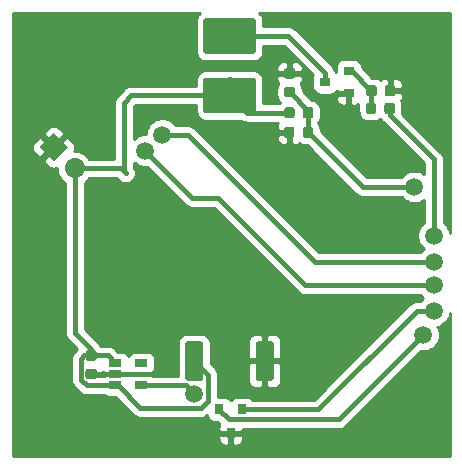
<source format=gbr>
G04 #@! TF.GenerationSoftware,KiCad,Pcbnew,5.1.4-1.fc30*
G04 #@! TF.CreationDate,2019-10-04T18:02:02+02:00*
G04 #@! TF.ProjectId,synchro2,73796e63-6872-46f3-922e-6b696361645f,rev?*
G04 #@! TF.SameCoordinates,Original*
G04 #@! TF.FileFunction,Copper,L2,Bot*
G04 #@! TF.FilePolarity,Positive*
%FSLAX46Y46*%
G04 Gerber Fmt 4.6, Leading zero omitted, Abs format (unit mm)*
G04 Created by KiCad (PCBNEW 5.1.4-1.fc30) date 2019-10-04 18:02:02*
%MOMM*%
%LPD*%
G04 APERTURE LIST*
%ADD10R,0.900000X0.800000*%
%ADD11R,1.060000X0.650000*%
%ADD12C,1.700000*%
%ADD13C,1.700000*%
%ADD14C,0.100000*%
%ADD15C,3.025000*%
%ADD16C,0.875000*%
%ADD17C,1.525000*%
%ADD18R,0.800000X0.900000*%
%ADD19C,1.500000*%
%ADD20C,0.400000*%
%ADD21C,0.254000*%
G04 APERTURE END LIST*
D10*
X227200000Y-103300000D03*
X229200000Y-104250000D03*
X229200000Y-102350000D03*
D11*
X211640000Y-128970000D03*
X211640000Y-127070000D03*
X209440000Y-127070000D03*
X209440000Y-128020000D03*
X209440000Y-128970000D03*
D12*
X205996051Y-110596051D03*
D13*
X205996051Y-110596051D02*
X205996051Y-110596051D01*
D12*
X204200000Y-108800000D03*
D14*
G36*
X204200000Y-110002082D02*
G01*
X202997918Y-108800000D01*
X204200000Y-107597918D01*
X205402082Y-108800000D01*
X204200000Y-110002082D01*
X204200000Y-110002082D01*
G37*
G36*
X221099503Y-102901204D02*
G01*
X221123772Y-102904804D01*
X221147570Y-102910765D01*
X221170670Y-102919030D01*
X221192849Y-102929520D01*
X221213892Y-102942133D01*
X221233598Y-102956748D01*
X221251776Y-102973224D01*
X221268252Y-102991402D01*
X221282867Y-103011108D01*
X221295480Y-103032151D01*
X221305970Y-103054330D01*
X221314235Y-103077430D01*
X221320196Y-103101228D01*
X221323796Y-103125497D01*
X221325000Y-103150001D01*
X221325000Y-105674999D01*
X221323796Y-105699503D01*
X221320196Y-105723772D01*
X221314235Y-105747570D01*
X221305970Y-105770670D01*
X221295480Y-105792849D01*
X221282867Y-105813892D01*
X221268252Y-105833598D01*
X221251776Y-105851776D01*
X221233598Y-105868252D01*
X221213892Y-105882867D01*
X221192849Y-105895480D01*
X221170670Y-105905970D01*
X221147570Y-105914235D01*
X221123772Y-105920196D01*
X221099503Y-105923796D01*
X221074999Y-105925000D01*
X217125001Y-105925000D01*
X217100497Y-105923796D01*
X217076228Y-105920196D01*
X217052430Y-105914235D01*
X217029330Y-105905970D01*
X217007151Y-105895480D01*
X216986108Y-105882867D01*
X216966402Y-105868252D01*
X216948224Y-105851776D01*
X216931748Y-105833598D01*
X216917133Y-105813892D01*
X216904520Y-105792849D01*
X216894030Y-105770670D01*
X216885765Y-105747570D01*
X216879804Y-105723772D01*
X216876204Y-105699503D01*
X216875000Y-105674999D01*
X216875000Y-103150001D01*
X216876204Y-103125497D01*
X216879804Y-103101228D01*
X216885765Y-103077430D01*
X216894030Y-103054330D01*
X216904520Y-103032151D01*
X216917133Y-103011108D01*
X216931748Y-102991402D01*
X216948224Y-102973224D01*
X216966402Y-102956748D01*
X216986108Y-102942133D01*
X217007151Y-102929520D01*
X217029330Y-102919030D01*
X217052430Y-102910765D01*
X217076228Y-102904804D01*
X217100497Y-102901204D01*
X217125001Y-102900000D01*
X221074999Y-102900000D01*
X221099503Y-102901204D01*
X221099503Y-102901204D01*
G37*
D15*
X219100000Y-104412500D03*
D14*
G36*
X221099503Y-97876204D02*
G01*
X221123772Y-97879804D01*
X221147570Y-97885765D01*
X221170670Y-97894030D01*
X221192849Y-97904520D01*
X221213892Y-97917133D01*
X221233598Y-97931748D01*
X221251776Y-97948224D01*
X221268252Y-97966402D01*
X221282867Y-97986108D01*
X221295480Y-98007151D01*
X221305970Y-98029330D01*
X221314235Y-98052430D01*
X221320196Y-98076228D01*
X221323796Y-98100497D01*
X221325000Y-98125001D01*
X221325000Y-100649999D01*
X221323796Y-100674503D01*
X221320196Y-100698772D01*
X221314235Y-100722570D01*
X221305970Y-100745670D01*
X221295480Y-100767849D01*
X221282867Y-100788892D01*
X221268252Y-100808598D01*
X221251776Y-100826776D01*
X221233598Y-100843252D01*
X221213892Y-100857867D01*
X221192849Y-100870480D01*
X221170670Y-100880970D01*
X221147570Y-100889235D01*
X221123772Y-100895196D01*
X221099503Y-100898796D01*
X221074999Y-100900000D01*
X217125001Y-100900000D01*
X217100497Y-100898796D01*
X217076228Y-100895196D01*
X217052430Y-100889235D01*
X217029330Y-100880970D01*
X217007151Y-100870480D01*
X216986108Y-100857867D01*
X216966402Y-100843252D01*
X216948224Y-100826776D01*
X216931748Y-100808598D01*
X216917133Y-100788892D01*
X216904520Y-100767849D01*
X216894030Y-100745670D01*
X216885765Y-100722570D01*
X216879804Y-100698772D01*
X216876204Y-100674503D01*
X216875000Y-100649999D01*
X216875000Y-98125001D01*
X216876204Y-98100497D01*
X216879804Y-98076228D01*
X216885765Y-98052430D01*
X216894030Y-98029330D01*
X216904520Y-98007151D01*
X216917133Y-97986108D01*
X216931748Y-97966402D01*
X216948224Y-97948224D01*
X216966402Y-97931748D01*
X216986108Y-97917133D01*
X217007151Y-97904520D01*
X217029330Y-97894030D01*
X217052430Y-97885765D01*
X217076228Y-97879804D01*
X217100497Y-97876204D01*
X217125001Y-97875000D01*
X221074999Y-97875000D01*
X221099503Y-97876204D01*
X221099503Y-97876204D01*
G37*
D15*
X219100000Y-99387500D03*
D14*
G36*
X232927691Y-103556053D02*
G01*
X232948926Y-103559203D01*
X232969750Y-103564419D01*
X232989962Y-103571651D01*
X233009368Y-103580830D01*
X233027781Y-103591866D01*
X233045024Y-103604654D01*
X233060930Y-103619070D01*
X233075346Y-103634976D01*
X233088134Y-103652219D01*
X233099170Y-103670632D01*
X233108349Y-103690038D01*
X233115581Y-103710250D01*
X233120797Y-103731074D01*
X233123947Y-103752309D01*
X233125000Y-103773750D01*
X233125000Y-104286250D01*
X233123947Y-104307691D01*
X233120797Y-104328926D01*
X233115581Y-104349750D01*
X233108349Y-104369962D01*
X233099170Y-104389368D01*
X233088134Y-104407781D01*
X233075346Y-104425024D01*
X233060930Y-104440930D01*
X233045024Y-104455346D01*
X233027781Y-104468134D01*
X233009368Y-104479170D01*
X232989962Y-104488349D01*
X232969750Y-104495581D01*
X232948926Y-104500797D01*
X232927691Y-104503947D01*
X232906250Y-104505000D01*
X232468750Y-104505000D01*
X232447309Y-104503947D01*
X232426074Y-104500797D01*
X232405250Y-104495581D01*
X232385038Y-104488349D01*
X232365632Y-104479170D01*
X232347219Y-104468134D01*
X232329976Y-104455346D01*
X232314070Y-104440930D01*
X232299654Y-104425024D01*
X232286866Y-104407781D01*
X232275830Y-104389368D01*
X232266651Y-104369962D01*
X232259419Y-104349750D01*
X232254203Y-104328926D01*
X232251053Y-104307691D01*
X232250000Y-104286250D01*
X232250000Y-103773750D01*
X232251053Y-103752309D01*
X232254203Y-103731074D01*
X232259419Y-103710250D01*
X232266651Y-103690038D01*
X232275830Y-103670632D01*
X232286866Y-103652219D01*
X232299654Y-103634976D01*
X232314070Y-103619070D01*
X232329976Y-103604654D01*
X232347219Y-103591866D01*
X232365632Y-103580830D01*
X232385038Y-103571651D01*
X232405250Y-103564419D01*
X232426074Y-103559203D01*
X232447309Y-103556053D01*
X232468750Y-103555000D01*
X232906250Y-103555000D01*
X232927691Y-103556053D01*
X232927691Y-103556053D01*
G37*
D16*
X232687500Y-104030000D03*
D14*
G36*
X231352691Y-103556053D02*
G01*
X231373926Y-103559203D01*
X231394750Y-103564419D01*
X231414962Y-103571651D01*
X231434368Y-103580830D01*
X231452781Y-103591866D01*
X231470024Y-103604654D01*
X231485930Y-103619070D01*
X231500346Y-103634976D01*
X231513134Y-103652219D01*
X231524170Y-103670632D01*
X231533349Y-103690038D01*
X231540581Y-103710250D01*
X231545797Y-103731074D01*
X231548947Y-103752309D01*
X231550000Y-103773750D01*
X231550000Y-104286250D01*
X231548947Y-104307691D01*
X231545797Y-104328926D01*
X231540581Y-104349750D01*
X231533349Y-104369962D01*
X231524170Y-104389368D01*
X231513134Y-104407781D01*
X231500346Y-104425024D01*
X231485930Y-104440930D01*
X231470024Y-104455346D01*
X231452781Y-104468134D01*
X231434368Y-104479170D01*
X231414962Y-104488349D01*
X231394750Y-104495581D01*
X231373926Y-104500797D01*
X231352691Y-104503947D01*
X231331250Y-104505000D01*
X230893750Y-104505000D01*
X230872309Y-104503947D01*
X230851074Y-104500797D01*
X230830250Y-104495581D01*
X230810038Y-104488349D01*
X230790632Y-104479170D01*
X230772219Y-104468134D01*
X230754976Y-104455346D01*
X230739070Y-104440930D01*
X230724654Y-104425024D01*
X230711866Y-104407781D01*
X230700830Y-104389368D01*
X230691651Y-104369962D01*
X230684419Y-104349750D01*
X230679203Y-104328926D01*
X230676053Y-104307691D01*
X230675000Y-104286250D01*
X230675000Y-103773750D01*
X230676053Y-103752309D01*
X230679203Y-103731074D01*
X230684419Y-103710250D01*
X230691651Y-103690038D01*
X230700830Y-103670632D01*
X230711866Y-103652219D01*
X230724654Y-103634976D01*
X230739070Y-103619070D01*
X230754976Y-103604654D01*
X230772219Y-103591866D01*
X230790632Y-103580830D01*
X230810038Y-103571651D01*
X230830250Y-103564419D01*
X230851074Y-103559203D01*
X230872309Y-103556053D01*
X230893750Y-103555000D01*
X231331250Y-103555000D01*
X231352691Y-103556053D01*
X231352691Y-103556053D01*
G37*
D16*
X231112500Y-104030000D03*
D14*
G36*
X207657691Y-127571053D02*
G01*
X207678926Y-127574203D01*
X207699750Y-127579419D01*
X207719962Y-127586651D01*
X207739368Y-127595830D01*
X207757781Y-127606866D01*
X207775024Y-127619654D01*
X207790930Y-127634070D01*
X207805346Y-127649976D01*
X207818134Y-127667219D01*
X207829170Y-127685632D01*
X207838349Y-127705038D01*
X207845581Y-127725250D01*
X207850797Y-127746074D01*
X207853947Y-127767309D01*
X207855000Y-127788750D01*
X207855000Y-128226250D01*
X207853947Y-128247691D01*
X207850797Y-128268926D01*
X207845581Y-128289750D01*
X207838349Y-128309962D01*
X207829170Y-128329368D01*
X207818134Y-128347781D01*
X207805346Y-128365024D01*
X207790930Y-128380930D01*
X207775024Y-128395346D01*
X207757781Y-128408134D01*
X207739368Y-128419170D01*
X207719962Y-128428349D01*
X207699750Y-128435581D01*
X207678926Y-128440797D01*
X207657691Y-128443947D01*
X207636250Y-128445000D01*
X207123750Y-128445000D01*
X207102309Y-128443947D01*
X207081074Y-128440797D01*
X207060250Y-128435581D01*
X207040038Y-128428349D01*
X207020632Y-128419170D01*
X207002219Y-128408134D01*
X206984976Y-128395346D01*
X206969070Y-128380930D01*
X206954654Y-128365024D01*
X206941866Y-128347781D01*
X206930830Y-128329368D01*
X206921651Y-128309962D01*
X206914419Y-128289750D01*
X206909203Y-128268926D01*
X206906053Y-128247691D01*
X206905000Y-128226250D01*
X206905000Y-127788750D01*
X206906053Y-127767309D01*
X206909203Y-127746074D01*
X206914419Y-127725250D01*
X206921651Y-127705038D01*
X206930830Y-127685632D01*
X206941866Y-127667219D01*
X206954654Y-127649976D01*
X206969070Y-127634070D01*
X206984976Y-127619654D01*
X207002219Y-127606866D01*
X207020632Y-127595830D01*
X207040038Y-127586651D01*
X207060250Y-127579419D01*
X207081074Y-127574203D01*
X207102309Y-127571053D01*
X207123750Y-127570000D01*
X207636250Y-127570000D01*
X207657691Y-127571053D01*
X207657691Y-127571053D01*
G37*
D16*
X207380000Y-128007500D03*
D14*
G36*
X207657691Y-125996053D02*
G01*
X207678926Y-125999203D01*
X207699750Y-126004419D01*
X207719962Y-126011651D01*
X207739368Y-126020830D01*
X207757781Y-126031866D01*
X207775024Y-126044654D01*
X207790930Y-126059070D01*
X207805346Y-126074976D01*
X207818134Y-126092219D01*
X207829170Y-126110632D01*
X207838349Y-126130038D01*
X207845581Y-126150250D01*
X207850797Y-126171074D01*
X207853947Y-126192309D01*
X207855000Y-126213750D01*
X207855000Y-126651250D01*
X207853947Y-126672691D01*
X207850797Y-126693926D01*
X207845581Y-126714750D01*
X207838349Y-126734962D01*
X207829170Y-126754368D01*
X207818134Y-126772781D01*
X207805346Y-126790024D01*
X207790930Y-126805930D01*
X207775024Y-126820346D01*
X207757781Y-126833134D01*
X207739368Y-126844170D01*
X207719962Y-126853349D01*
X207699750Y-126860581D01*
X207678926Y-126865797D01*
X207657691Y-126868947D01*
X207636250Y-126870000D01*
X207123750Y-126870000D01*
X207102309Y-126868947D01*
X207081074Y-126865797D01*
X207060250Y-126860581D01*
X207040038Y-126853349D01*
X207020632Y-126844170D01*
X207002219Y-126833134D01*
X206984976Y-126820346D01*
X206969070Y-126805930D01*
X206954654Y-126790024D01*
X206941866Y-126772781D01*
X206930830Y-126754368D01*
X206921651Y-126734962D01*
X206914419Y-126714750D01*
X206909203Y-126693926D01*
X206906053Y-126672691D01*
X206905000Y-126651250D01*
X206905000Y-126213750D01*
X206906053Y-126192309D01*
X206909203Y-126171074D01*
X206914419Y-126150250D01*
X206921651Y-126130038D01*
X206930830Y-126110632D01*
X206941866Y-126092219D01*
X206954654Y-126074976D01*
X206969070Y-126059070D01*
X206984976Y-126044654D01*
X207002219Y-126031866D01*
X207020632Y-126020830D01*
X207040038Y-126011651D01*
X207060250Y-126004419D01*
X207081074Y-125999203D01*
X207102309Y-125996053D01*
X207123750Y-125995000D01*
X207636250Y-125995000D01*
X207657691Y-125996053D01*
X207657691Y-125996053D01*
G37*
D16*
X207380000Y-126432500D03*
D14*
G36*
X216649505Y-125226204D02*
G01*
X216673773Y-125229804D01*
X216697572Y-125235765D01*
X216720671Y-125244030D01*
X216742850Y-125254520D01*
X216763893Y-125267132D01*
X216783599Y-125281747D01*
X216801777Y-125298223D01*
X216818253Y-125316401D01*
X216832868Y-125336107D01*
X216845480Y-125357150D01*
X216855970Y-125379329D01*
X216864235Y-125402428D01*
X216870196Y-125426227D01*
X216873796Y-125450495D01*
X216875000Y-125474999D01*
X216875000Y-128325001D01*
X216873796Y-128349505D01*
X216870196Y-128373773D01*
X216864235Y-128397572D01*
X216855970Y-128420671D01*
X216845480Y-128442850D01*
X216832868Y-128463893D01*
X216818253Y-128483599D01*
X216801777Y-128501777D01*
X216783599Y-128518253D01*
X216763893Y-128532868D01*
X216742850Y-128545480D01*
X216720671Y-128555970D01*
X216697572Y-128564235D01*
X216673773Y-128570196D01*
X216649505Y-128573796D01*
X216625001Y-128575000D01*
X215599999Y-128575000D01*
X215575495Y-128573796D01*
X215551227Y-128570196D01*
X215527428Y-128564235D01*
X215504329Y-128555970D01*
X215482150Y-128545480D01*
X215461107Y-128532868D01*
X215441401Y-128518253D01*
X215423223Y-128501777D01*
X215406747Y-128483599D01*
X215392132Y-128463893D01*
X215379520Y-128442850D01*
X215369030Y-128420671D01*
X215360765Y-128397572D01*
X215354804Y-128373773D01*
X215351204Y-128349505D01*
X215350000Y-128325001D01*
X215350000Y-125474999D01*
X215351204Y-125450495D01*
X215354804Y-125426227D01*
X215360765Y-125402428D01*
X215369030Y-125379329D01*
X215379520Y-125357150D01*
X215392132Y-125336107D01*
X215406747Y-125316401D01*
X215423223Y-125298223D01*
X215441401Y-125281747D01*
X215461107Y-125267132D01*
X215482150Y-125254520D01*
X215504329Y-125244030D01*
X215527428Y-125235765D01*
X215551227Y-125229804D01*
X215575495Y-125226204D01*
X215599999Y-125225000D01*
X216625001Y-125225000D01*
X216649505Y-125226204D01*
X216649505Y-125226204D01*
G37*
D17*
X216112500Y-126900000D03*
D14*
G36*
X222624505Y-125226204D02*
G01*
X222648773Y-125229804D01*
X222672572Y-125235765D01*
X222695671Y-125244030D01*
X222717850Y-125254520D01*
X222738893Y-125267132D01*
X222758599Y-125281747D01*
X222776777Y-125298223D01*
X222793253Y-125316401D01*
X222807868Y-125336107D01*
X222820480Y-125357150D01*
X222830970Y-125379329D01*
X222839235Y-125402428D01*
X222845196Y-125426227D01*
X222848796Y-125450495D01*
X222850000Y-125474999D01*
X222850000Y-128325001D01*
X222848796Y-128349505D01*
X222845196Y-128373773D01*
X222839235Y-128397572D01*
X222830970Y-128420671D01*
X222820480Y-128442850D01*
X222807868Y-128463893D01*
X222793253Y-128483599D01*
X222776777Y-128501777D01*
X222758599Y-128518253D01*
X222738893Y-128532868D01*
X222717850Y-128545480D01*
X222695671Y-128555970D01*
X222672572Y-128564235D01*
X222648773Y-128570196D01*
X222624505Y-128573796D01*
X222600001Y-128575000D01*
X221574999Y-128575000D01*
X221550495Y-128573796D01*
X221526227Y-128570196D01*
X221502428Y-128564235D01*
X221479329Y-128555970D01*
X221457150Y-128545480D01*
X221436107Y-128532868D01*
X221416401Y-128518253D01*
X221398223Y-128501777D01*
X221381747Y-128483599D01*
X221367132Y-128463893D01*
X221354520Y-128442850D01*
X221344030Y-128420671D01*
X221335765Y-128397572D01*
X221329804Y-128373773D01*
X221326204Y-128349505D01*
X221325000Y-128325001D01*
X221325000Y-125474999D01*
X221326204Y-125450495D01*
X221329804Y-125426227D01*
X221335765Y-125402428D01*
X221344030Y-125379329D01*
X221354520Y-125357150D01*
X221367132Y-125336107D01*
X221381747Y-125316401D01*
X221398223Y-125298223D01*
X221416401Y-125281747D01*
X221436107Y-125267132D01*
X221457150Y-125254520D01*
X221479329Y-125244030D01*
X221502428Y-125235765D01*
X221526227Y-125229804D01*
X221550495Y-125226204D01*
X221574999Y-125225000D01*
X222600001Y-125225000D01*
X222624505Y-125226204D01*
X222624505Y-125226204D01*
G37*
D17*
X222087500Y-126900000D03*
D18*
X218250000Y-131000000D03*
X220150000Y-131000000D03*
X219200000Y-133000000D03*
D14*
G36*
X231322691Y-105036053D02*
G01*
X231343926Y-105039203D01*
X231364750Y-105044419D01*
X231384962Y-105051651D01*
X231404368Y-105060830D01*
X231422781Y-105071866D01*
X231440024Y-105084654D01*
X231455930Y-105099070D01*
X231470346Y-105114976D01*
X231483134Y-105132219D01*
X231494170Y-105150632D01*
X231503349Y-105170038D01*
X231510581Y-105190250D01*
X231515797Y-105211074D01*
X231518947Y-105232309D01*
X231520000Y-105253750D01*
X231520000Y-105766250D01*
X231518947Y-105787691D01*
X231515797Y-105808926D01*
X231510581Y-105829750D01*
X231503349Y-105849962D01*
X231494170Y-105869368D01*
X231483134Y-105887781D01*
X231470346Y-105905024D01*
X231455930Y-105920930D01*
X231440024Y-105935346D01*
X231422781Y-105948134D01*
X231404368Y-105959170D01*
X231384962Y-105968349D01*
X231364750Y-105975581D01*
X231343926Y-105980797D01*
X231322691Y-105983947D01*
X231301250Y-105985000D01*
X230863750Y-105985000D01*
X230842309Y-105983947D01*
X230821074Y-105980797D01*
X230800250Y-105975581D01*
X230780038Y-105968349D01*
X230760632Y-105959170D01*
X230742219Y-105948134D01*
X230724976Y-105935346D01*
X230709070Y-105920930D01*
X230694654Y-105905024D01*
X230681866Y-105887781D01*
X230670830Y-105869368D01*
X230661651Y-105849962D01*
X230654419Y-105829750D01*
X230649203Y-105808926D01*
X230646053Y-105787691D01*
X230645000Y-105766250D01*
X230645000Y-105253750D01*
X230646053Y-105232309D01*
X230649203Y-105211074D01*
X230654419Y-105190250D01*
X230661651Y-105170038D01*
X230670830Y-105150632D01*
X230681866Y-105132219D01*
X230694654Y-105114976D01*
X230709070Y-105099070D01*
X230724976Y-105084654D01*
X230742219Y-105071866D01*
X230760632Y-105060830D01*
X230780038Y-105051651D01*
X230800250Y-105044419D01*
X230821074Y-105039203D01*
X230842309Y-105036053D01*
X230863750Y-105035000D01*
X231301250Y-105035000D01*
X231322691Y-105036053D01*
X231322691Y-105036053D01*
G37*
D16*
X231082500Y-105510000D03*
D14*
G36*
X232897691Y-105036053D02*
G01*
X232918926Y-105039203D01*
X232939750Y-105044419D01*
X232959962Y-105051651D01*
X232979368Y-105060830D01*
X232997781Y-105071866D01*
X233015024Y-105084654D01*
X233030930Y-105099070D01*
X233045346Y-105114976D01*
X233058134Y-105132219D01*
X233069170Y-105150632D01*
X233078349Y-105170038D01*
X233085581Y-105190250D01*
X233090797Y-105211074D01*
X233093947Y-105232309D01*
X233095000Y-105253750D01*
X233095000Y-105766250D01*
X233093947Y-105787691D01*
X233090797Y-105808926D01*
X233085581Y-105829750D01*
X233078349Y-105849962D01*
X233069170Y-105869368D01*
X233058134Y-105887781D01*
X233045346Y-105905024D01*
X233030930Y-105920930D01*
X233015024Y-105935346D01*
X232997781Y-105948134D01*
X232979368Y-105959170D01*
X232959962Y-105968349D01*
X232939750Y-105975581D01*
X232918926Y-105980797D01*
X232897691Y-105983947D01*
X232876250Y-105985000D01*
X232438750Y-105985000D01*
X232417309Y-105983947D01*
X232396074Y-105980797D01*
X232375250Y-105975581D01*
X232355038Y-105968349D01*
X232335632Y-105959170D01*
X232317219Y-105948134D01*
X232299976Y-105935346D01*
X232284070Y-105920930D01*
X232269654Y-105905024D01*
X232256866Y-105887781D01*
X232245830Y-105869368D01*
X232236651Y-105849962D01*
X232229419Y-105829750D01*
X232224203Y-105808926D01*
X232221053Y-105787691D01*
X232220000Y-105766250D01*
X232220000Y-105253750D01*
X232221053Y-105232309D01*
X232224203Y-105211074D01*
X232229419Y-105190250D01*
X232236651Y-105170038D01*
X232245830Y-105150632D01*
X232256866Y-105132219D01*
X232269654Y-105114976D01*
X232284070Y-105099070D01*
X232299976Y-105084654D01*
X232317219Y-105071866D01*
X232335632Y-105060830D01*
X232355038Y-105051651D01*
X232375250Y-105044419D01*
X232396074Y-105039203D01*
X232417309Y-105036053D01*
X232438750Y-105035000D01*
X232876250Y-105035000D01*
X232897691Y-105036053D01*
X232897691Y-105036053D01*
G37*
D16*
X232657500Y-105510000D03*
D14*
G36*
X224457691Y-103691053D02*
G01*
X224478926Y-103694203D01*
X224499750Y-103699419D01*
X224519962Y-103706651D01*
X224539368Y-103715830D01*
X224557781Y-103726866D01*
X224575024Y-103739654D01*
X224590930Y-103754070D01*
X224605346Y-103769976D01*
X224618134Y-103787219D01*
X224629170Y-103805632D01*
X224638349Y-103825038D01*
X224645581Y-103845250D01*
X224650797Y-103866074D01*
X224653947Y-103887309D01*
X224655000Y-103908750D01*
X224655000Y-104346250D01*
X224653947Y-104367691D01*
X224650797Y-104388926D01*
X224645581Y-104409750D01*
X224638349Y-104429962D01*
X224629170Y-104449368D01*
X224618134Y-104467781D01*
X224605346Y-104485024D01*
X224590930Y-104500930D01*
X224575024Y-104515346D01*
X224557781Y-104528134D01*
X224539368Y-104539170D01*
X224519962Y-104548349D01*
X224499750Y-104555581D01*
X224478926Y-104560797D01*
X224457691Y-104563947D01*
X224436250Y-104565000D01*
X223923750Y-104565000D01*
X223902309Y-104563947D01*
X223881074Y-104560797D01*
X223860250Y-104555581D01*
X223840038Y-104548349D01*
X223820632Y-104539170D01*
X223802219Y-104528134D01*
X223784976Y-104515346D01*
X223769070Y-104500930D01*
X223754654Y-104485024D01*
X223741866Y-104467781D01*
X223730830Y-104449368D01*
X223721651Y-104429962D01*
X223714419Y-104409750D01*
X223709203Y-104388926D01*
X223706053Y-104367691D01*
X223705000Y-104346250D01*
X223705000Y-103908750D01*
X223706053Y-103887309D01*
X223709203Y-103866074D01*
X223714419Y-103845250D01*
X223721651Y-103825038D01*
X223730830Y-103805632D01*
X223741866Y-103787219D01*
X223754654Y-103769976D01*
X223769070Y-103754070D01*
X223784976Y-103739654D01*
X223802219Y-103726866D01*
X223820632Y-103715830D01*
X223840038Y-103706651D01*
X223860250Y-103699419D01*
X223881074Y-103694203D01*
X223902309Y-103691053D01*
X223923750Y-103690000D01*
X224436250Y-103690000D01*
X224457691Y-103691053D01*
X224457691Y-103691053D01*
G37*
D16*
X224180000Y-104127500D03*
D14*
G36*
X224457691Y-102116053D02*
G01*
X224478926Y-102119203D01*
X224499750Y-102124419D01*
X224519962Y-102131651D01*
X224539368Y-102140830D01*
X224557781Y-102151866D01*
X224575024Y-102164654D01*
X224590930Y-102179070D01*
X224605346Y-102194976D01*
X224618134Y-102212219D01*
X224629170Y-102230632D01*
X224638349Y-102250038D01*
X224645581Y-102270250D01*
X224650797Y-102291074D01*
X224653947Y-102312309D01*
X224655000Y-102333750D01*
X224655000Y-102771250D01*
X224653947Y-102792691D01*
X224650797Y-102813926D01*
X224645581Y-102834750D01*
X224638349Y-102854962D01*
X224629170Y-102874368D01*
X224618134Y-102892781D01*
X224605346Y-102910024D01*
X224590930Y-102925930D01*
X224575024Y-102940346D01*
X224557781Y-102953134D01*
X224539368Y-102964170D01*
X224519962Y-102973349D01*
X224499750Y-102980581D01*
X224478926Y-102985797D01*
X224457691Y-102988947D01*
X224436250Y-102990000D01*
X223923750Y-102990000D01*
X223902309Y-102988947D01*
X223881074Y-102985797D01*
X223860250Y-102980581D01*
X223840038Y-102973349D01*
X223820632Y-102964170D01*
X223802219Y-102953134D01*
X223784976Y-102940346D01*
X223769070Y-102925930D01*
X223754654Y-102910024D01*
X223741866Y-102892781D01*
X223730830Y-102874368D01*
X223721651Y-102854962D01*
X223714419Y-102834750D01*
X223709203Y-102813926D01*
X223706053Y-102792691D01*
X223705000Y-102771250D01*
X223705000Y-102333750D01*
X223706053Y-102312309D01*
X223709203Y-102291074D01*
X223714419Y-102270250D01*
X223721651Y-102250038D01*
X223730830Y-102230632D01*
X223741866Y-102212219D01*
X223754654Y-102194976D01*
X223769070Y-102179070D01*
X223784976Y-102164654D01*
X223802219Y-102151866D01*
X223820632Y-102140830D01*
X223840038Y-102131651D01*
X223860250Y-102124419D01*
X223881074Y-102119203D01*
X223902309Y-102116053D01*
X223923750Y-102115000D01*
X224436250Y-102115000D01*
X224457691Y-102116053D01*
X224457691Y-102116053D01*
G37*
D16*
X224180000Y-102552500D03*
D14*
G36*
X224412691Y-105406053D02*
G01*
X224433926Y-105409203D01*
X224454750Y-105414419D01*
X224474962Y-105421651D01*
X224494368Y-105430830D01*
X224512781Y-105441866D01*
X224530024Y-105454654D01*
X224545930Y-105469070D01*
X224560346Y-105484976D01*
X224573134Y-105502219D01*
X224584170Y-105520632D01*
X224593349Y-105540038D01*
X224600581Y-105560250D01*
X224605797Y-105581074D01*
X224608947Y-105602309D01*
X224610000Y-105623750D01*
X224610000Y-106136250D01*
X224608947Y-106157691D01*
X224605797Y-106178926D01*
X224600581Y-106199750D01*
X224593349Y-106219962D01*
X224584170Y-106239368D01*
X224573134Y-106257781D01*
X224560346Y-106275024D01*
X224545930Y-106290930D01*
X224530024Y-106305346D01*
X224512781Y-106318134D01*
X224494368Y-106329170D01*
X224474962Y-106338349D01*
X224454750Y-106345581D01*
X224433926Y-106350797D01*
X224412691Y-106353947D01*
X224391250Y-106355000D01*
X223953750Y-106355000D01*
X223932309Y-106353947D01*
X223911074Y-106350797D01*
X223890250Y-106345581D01*
X223870038Y-106338349D01*
X223850632Y-106329170D01*
X223832219Y-106318134D01*
X223814976Y-106305346D01*
X223799070Y-106290930D01*
X223784654Y-106275024D01*
X223771866Y-106257781D01*
X223760830Y-106239368D01*
X223751651Y-106219962D01*
X223744419Y-106199750D01*
X223739203Y-106178926D01*
X223736053Y-106157691D01*
X223735000Y-106136250D01*
X223735000Y-105623750D01*
X223736053Y-105602309D01*
X223739203Y-105581074D01*
X223744419Y-105560250D01*
X223751651Y-105540038D01*
X223760830Y-105520632D01*
X223771866Y-105502219D01*
X223784654Y-105484976D01*
X223799070Y-105469070D01*
X223814976Y-105454654D01*
X223832219Y-105441866D01*
X223850632Y-105430830D01*
X223870038Y-105421651D01*
X223890250Y-105414419D01*
X223911074Y-105409203D01*
X223932309Y-105406053D01*
X223953750Y-105405000D01*
X224391250Y-105405000D01*
X224412691Y-105406053D01*
X224412691Y-105406053D01*
G37*
D16*
X224172500Y-105880000D03*
D14*
G36*
X225987691Y-105406053D02*
G01*
X226008926Y-105409203D01*
X226029750Y-105414419D01*
X226049962Y-105421651D01*
X226069368Y-105430830D01*
X226087781Y-105441866D01*
X226105024Y-105454654D01*
X226120930Y-105469070D01*
X226135346Y-105484976D01*
X226148134Y-105502219D01*
X226159170Y-105520632D01*
X226168349Y-105540038D01*
X226175581Y-105560250D01*
X226180797Y-105581074D01*
X226183947Y-105602309D01*
X226185000Y-105623750D01*
X226185000Y-106136250D01*
X226183947Y-106157691D01*
X226180797Y-106178926D01*
X226175581Y-106199750D01*
X226168349Y-106219962D01*
X226159170Y-106239368D01*
X226148134Y-106257781D01*
X226135346Y-106275024D01*
X226120930Y-106290930D01*
X226105024Y-106305346D01*
X226087781Y-106318134D01*
X226069368Y-106329170D01*
X226049962Y-106338349D01*
X226029750Y-106345581D01*
X226008926Y-106350797D01*
X225987691Y-106353947D01*
X225966250Y-106355000D01*
X225528750Y-106355000D01*
X225507309Y-106353947D01*
X225486074Y-106350797D01*
X225465250Y-106345581D01*
X225445038Y-106338349D01*
X225425632Y-106329170D01*
X225407219Y-106318134D01*
X225389976Y-106305346D01*
X225374070Y-106290930D01*
X225359654Y-106275024D01*
X225346866Y-106257781D01*
X225335830Y-106239368D01*
X225326651Y-106219962D01*
X225319419Y-106199750D01*
X225314203Y-106178926D01*
X225311053Y-106157691D01*
X225310000Y-106136250D01*
X225310000Y-105623750D01*
X225311053Y-105602309D01*
X225314203Y-105581074D01*
X225319419Y-105560250D01*
X225326651Y-105540038D01*
X225335830Y-105520632D01*
X225346866Y-105502219D01*
X225359654Y-105484976D01*
X225374070Y-105469070D01*
X225389976Y-105454654D01*
X225407219Y-105441866D01*
X225425632Y-105430830D01*
X225445038Y-105421651D01*
X225465250Y-105414419D01*
X225486074Y-105409203D01*
X225507309Y-105406053D01*
X225528750Y-105405000D01*
X225966250Y-105405000D01*
X225987691Y-105406053D01*
X225987691Y-105406053D01*
G37*
D16*
X225747500Y-105880000D03*
D14*
G36*
X224402691Y-107056053D02*
G01*
X224423926Y-107059203D01*
X224444750Y-107064419D01*
X224464962Y-107071651D01*
X224484368Y-107080830D01*
X224502781Y-107091866D01*
X224520024Y-107104654D01*
X224535930Y-107119070D01*
X224550346Y-107134976D01*
X224563134Y-107152219D01*
X224574170Y-107170632D01*
X224583349Y-107190038D01*
X224590581Y-107210250D01*
X224595797Y-107231074D01*
X224598947Y-107252309D01*
X224600000Y-107273750D01*
X224600000Y-107786250D01*
X224598947Y-107807691D01*
X224595797Y-107828926D01*
X224590581Y-107849750D01*
X224583349Y-107869962D01*
X224574170Y-107889368D01*
X224563134Y-107907781D01*
X224550346Y-107925024D01*
X224535930Y-107940930D01*
X224520024Y-107955346D01*
X224502781Y-107968134D01*
X224484368Y-107979170D01*
X224464962Y-107988349D01*
X224444750Y-107995581D01*
X224423926Y-108000797D01*
X224402691Y-108003947D01*
X224381250Y-108005000D01*
X223943750Y-108005000D01*
X223922309Y-108003947D01*
X223901074Y-108000797D01*
X223880250Y-107995581D01*
X223860038Y-107988349D01*
X223840632Y-107979170D01*
X223822219Y-107968134D01*
X223804976Y-107955346D01*
X223789070Y-107940930D01*
X223774654Y-107925024D01*
X223761866Y-107907781D01*
X223750830Y-107889368D01*
X223741651Y-107869962D01*
X223734419Y-107849750D01*
X223729203Y-107828926D01*
X223726053Y-107807691D01*
X223725000Y-107786250D01*
X223725000Y-107273750D01*
X223726053Y-107252309D01*
X223729203Y-107231074D01*
X223734419Y-107210250D01*
X223741651Y-107190038D01*
X223750830Y-107170632D01*
X223761866Y-107152219D01*
X223774654Y-107134976D01*
X223789070Y-107119070D01*
X223804976Y-107104654D01*
X223822219Y-107091866D01*
X223840632Y-107080830D01*
X223860038Y-107071651D01*
X223880250Y-107064419D01*
X223901074Y-107059203D01*
X223922309Y-107056053D01*
X223943750Y-107055000D01*
X224381250Y-107055000D01*
X224402691Y-107056053D01*
X224402691Y-107056053D01*
G37*
D16*
X224162500Y-107530000D03*
D14*
G36*
X225977691Y-107056053D02*
G01*
X225998926Y-107059203D01*
X226019750Y-107064419D01*
X226039962Y-107071651D01*
X226059368Y-107080830D01*
X226077781Y-107091866D01*
X226095024Y-107104654D01*
X226110930Y-107119070D01*
X226125346Y-107134976D01*
X226138134Y-107152219D01*
X226149170Y-107170632D01*
X226158349Y-107190038D01*
X226165581Y-107210250D01*
X226170797Y-107231074D01*
X226173947Y-107252309D01*
X226175000Y-107273750D01*
X226175000Y-107786250D01*
X226173947Y-107807691D01*
X226170797Y-107828926D01*
X226165581Y-107849750D01*
X226158349Y-107869962D01*
X226149170Y-107889368D01*
X226138134Y-107907781D01*
X226125346Y-107925024D01*
X226110930Y-107940930D01*
X226095024Y-107955346D01*
X226077781Y-107968134D01*
X226059368Y-107979170D01*
X226039962Y-107988349D01*
X226019750Y-107995581D01*
X225998926Y-108000797D01*
X225977691Y-108003947D01*
X225956250Y-108005000D01*
X225518750Y-108005000D01*
X225497309Y-108003947D01*
X225476074Y-108000797D01*
X225455250Y-107995581D01*
X225435038Y-107988349D01*
X225415632Y-107979170D01*
X225397219Y-107968134D01*
X225379976Y-107955346D01*
X225364070Y-107940930D01*
X225349654Y-107925024D01*
X225336866Y-107907781D01*
X225325830Y-107889368D01*
X225316651Y-107869962D01*
X225309419Y-107849750D01*
X225304203Y-107828926D01*
X225301053Y-107807691D01*
X225300000Y-107786250D01*
X225300000Y-107273750D01*
X225301053Y-107252309D01*
X225304203Y-107231074D01*
X225309419Y-107210250D01*
X225316651Y-107190038D01*
X225325830Y-107170632D01*
X225336866Y-107152219D01*
X225349654Y-107134976D01*
X225364070Y-107119070D01*
X225379976Y-107104654D01*
X225397219Y-107091866D01*
X225415632Y-107080830D01*
X225435038Y-107071651D01*
X225455250Y-107064419D01*
X225476074Y-107059203D01*
X225497309Y-107056053D01*
X225518750Y-107055000D01*
X225956250Y-107055000D01*
X225977691Y-107056053D01*
X225977691Y-107056053D01*
G37*
D16*
X225737500Y-107530000D03*
D19*
X209300000Y-118950000D03*
X226250000Y-99150000D03*
X211950000Y-106160000D03*
X216130000Y-129720000D03*
X236400000Y-116300000D03*
X235500000Y-124700000D03*
X236400000Y-118500000D03*
X213400000Y-107750000D03*
X236400000Y-120500000D03*
X211950000Y-109100000D03*
X236400000Y-122650000D03*
X234740000Y-112160000D03*
D20*
X209327500Y-127907500D02*
X209440000Y-128020000D01*
X209440000Y-128020000D02*
X213740000Y-128020000D01*
X213740000Y-128020000D02*
X213940000Y-127820000D01*
X213940000Y-127820000D02*
X213940000Y-124220000D01*
X213940000Y-124220000D02*
X214290000Y-123870000D01*
X207392500Y-128020000D02*
X207380000Y-128007500D01*
X209440000Y-128020000D02*
X207392500Y-128020000D01*
X205996051Y-110596051D02*
X209903949Y-110596051D01*
X210153949Y-105046051D02*
X210153949Y-110846051D01*
X219100000Y-104412500D02*
X210787500Y-104412500D01*
X210325000Y-111017102D02*
X210153949Y-110846051D01*
X210787500Y-104412500D02*
X210153949Y-105046051D01*
X210153949Y-110846051D02*
X209903949Y-110596051D01*
X220567500Y-105880000D02*
X219100000Y-104412500D01*
X224172500Y-105880000D02*
X220567500Y-105880000D01*
X216682001Y-130870001D02*
X211545001Y-130870001D01*
X217280001Y-130272001D02*
X216682001Y-130870001D01*
X209645000Y-128970000D02*
X209440000Y-128970000D01*
X211545001Y-130870001D02*
X209645000Y-128970000D01*
X217280001Y-128067501D02*
X217280001Y-130272001D01*
X216112500Y-126900000D02*
X217280001Y-128067501D01*
X208802500Y-126432500D02*
X209440000Y-127070000D01*
X207380000Y-126432500D02*
X208802500Y-126432500D01*
X207380000Y-125895000D02*
X205996051Y-124511051D01*
X205996051Y-124511051D02*
X205996051Y-120006051D01*
X207380000Y-126432500D02*
X207380000Y-125895000D01*
X205996051Y-110596051D02*
X205996051Y-120006051D01*
X205996051Y-120006051D02*
X205996051Y-120353949D01*
X206992440Y-128970000D02*
X208510000Y-128970000D01*
X206504990Y-128482550D02*
X206992440Y-128970000D01*
X208510000Y-128970000D02*
X209440000Y-128970000D01*
X206504990Y-126732510D02*
X206504990Y-128482550D01*
X206805000Y-126432500D02*
X206504990Y-126732510D01*
X207380000Y-126432500D02*
X206805000Y-126432500D01*
X215380001Y-128970001D02*
X216130000Y-129720000D01*
X211640000Y-128970000D02*
X215380001Y-128970001D01*
X227200000Y-102500000D02*
X227200000Y-103300000D01*
X224087500Y-99387500D02*
X227200000Y-102500000D01*
X219100000Y-99387500D02*
X224087500Y-99387500D01*
X218250000Y-131050000D02*
X218250000Y-131000000D01*
X219050000Y-131850000D02*
X218250000Y-131050000D01*
X228349999Y-131850001D02*
X219050000Y-131850000D01*
X235500000Y-124700000D02*
X228349999Y-131850001D01*
X236400000Y-109827500D02*
X236400000Y-110930000D01*
X232657500Y-106085000D02*
X236400000Y-109827500D01*
X232657500Y-105510000D02*
X232657500Y-106085000D01*
X236400000Y-116300000D02*
X236400000Y-110930000D01*
X236400000Y-110930000D02*
X236400000Y-110612500D01*
X215550000Y-107750000D02*
X213400000Y-107750000D01*
X236400000Y-118500000D02*
X226300000Y-118500000D01*
X226300000Y-118500000D02*
X215550000Y-107750000D01*
X236300000Y-120500000D02*
X225500000Y-120500000D01*
X225500000Y-120500000D02*
X218100000Y-113100000D01*
X215950000Y-113100000D02*
X211950000Y-109100000D01*
X218100000Y-113100000D02*
X215950000Y-113100000D01*
X220150000Y-131000000D02*
X226600000Y-131000000D01*
X234950000Y-122650000D02*
X236400000Y-122650000D01*
X226600000Y-131000000D02*
X234950000Y-122650000D01*
X229200000Y-102350000D02*
X229250000Y-102350000D01*
X229432500Y-102350000D02*
X231112500Y-104030000D01*
X229200000Y-102350000D02*
X229432500Y-102350000D01*
X231112500Y-105480000D02*
X231082500Y-105510000D01*
X231112500Y-104030000D02*
X231112500Y-105480000D01*
X234740000Y-112160000D02*
X230367500Y-112160000D01*
X225737500Y-105890000D02*
X225747500Y-105880000D01*
X225737500Y-107530000D02*
X225737500Y-105890000D01*
X225757500Y-105870000D02*
X225747500Y-105880000D01*
X225747500Y-105695000D02*
X224180000Y-104127500D01*
X225747500Y-105880000D02*
X225747500Y-105695000D01*
X230367500Y-112160000D02*
X225737500Y-107530000D01*
D21*
G36*
X216497039Y-97497039D02*
G01*
X216386595Y-97631614D01*
X216304529Y-97785150D01*
X216253992Y-97951747D01*
X216236928Y-98125001D01*
X216236928Y-100649999D01*
X216253992Y-100823253D01*
X216304529Y-100989850D01*
X216386595Y-101143386D01*
X216497039Y-101277961D01*
X216631614Y-101388405D01*
X216785150Y-101470471D01*
X216951747Y-101521008D01*
X217125001Y-101538072D01*
X221074999Y-101538072D01*
X221248253Y-101521008D01*
X221414850Y-101470471D01*
X221568386Y-101388405D01*
X221702961Y-101277961D01*
X221813405Y-101143386D01*
X221895471Y-100989850D01*
X221946008Y-100823253D01*
X221963072Y-100649999D01*
X221963072Y-100222500D01*
X223741633Y-100222500D01*
X226165533Y-102646401D01*
X226160498Y-102655820D01*
X226124188Y-102775518D01*
X226111928Y-102900000D01*
X226111928Y-103700000D01*
X226124188Y-103824482D01*
X226160498Y-103944180D01*
X226219463Y-104054494D01*
X226298815Y-104151185D01*
X226395506Y-104230537D01*
X226505820Y-104289502D01*
X226625518Y-104325812D01*
X226750000Y-104338072D01*
X227650000Y-104338072D01*
X227774482Y-104325812D01*
X227894180Y-104289502D01*
X228004494Y-104230537D01*
X228101185Y-104151185D01*
X228180537Y-104054494D01*
X228189143Y-104038393D01*
X228273750Y-104123000D01*
X229073000Y-104123000D01*
X229073000Y-104103000D01*
X229327000Y-104103000D01*
X229327000Y-104123000D01*
X229347000Y-104123000D01*
X229347000Y-104377000D01*
X229327000Y-104377000D01*
X229327000Y-105126250D01*
X229485750Y-105285000D01*
X229650000Y-105288072D01*
X229774482Y-105275812D01*
X229894180Y-105239502D01*
X230004494Y-105180537D01*
X230014987Y-105171925D01*
X230006928Y-105253750D01*
X230006928Y-105766250D01*
X230023392Y-105933408D01*
X230072150Y-106094142D01*
X230151329Y-106242275D01*
X230257885Y-106372115D01*
X230387725Y-106478671D01*
X230535858Y-106557850D01*
X230696592Y-106606608D01*
X230863750Y-106623072D01*
X231301250Y-106623072D01*
X231468408Y-106606608D01*
X231629142Y-106557850D01*
X231777275Y-106478671D01*
X231870000Y-106402574D01*
X231888617Y-106417853D01*
X231916583Y-106470172D01*
X231957119Y-106546008D01*
X231959865Y-106551146D01*
X232064210Y-106678291D01*
X232096074Y-106704441D01*
X235565000Y-110173368D01*
X235565001Y-110571474D01*
X235565000Y-110571481D01*
X235565000Y-110971018D01*
X235565001Y-110971028D01*
X235565001Y-111045523D01*
X235396043Y-110932629D01*
X235143989Y-110828225D01*
X234876411Y-110775000D01*
X234603589Y-110775000D01*
X234336011Y-110828225D01*
X234083957Y-110932629D01*
X233857114Y-111084201D01*
X233664201Y-111277114D01*
X233632205Y-111325000D01*
X230713369Y-111325000D01*
X226813072Y-107424705D01*
X226813072Y-107273750D01*
X226796608Y-107106592D01*
X226747850Y-106945858D01*
X226668671Y-106797725D01*
X226597574Y-106711093D01*
X226678671Y-106612275D01*
X226757850Y-106464142D01*
X226806608Y-106303408D01*
X226823072Y-106136250D01*
X226823072Y-105623750D01*
X226806608Y-105456592D01*
X226757850Y-105295858D01*
X226678671Y-105147725D01*
X226572115Y-105017885D01*
X226442275Y-104911329D01*
X226294142Y-104832150D01*
X226133408Y-104783392D01*
X226004016Y-104770648D01*
X225883368Y-104650000D01*
X228111928Y-104650000D01*
X228124188Y-104774482D01*
X228160498Y-104894180D01*
X228219463Y-105004494D01*
X228298815Y-105101185D01*
X228395506Y-105180537D01*
X228505820Y-105239502D01*
X228625518Y-105275812D01*
X228750000Y-105288072D01*
X228914250Y-105285000D01*
X229073000Y-105126250D01*
X229073000Y-104377000D01*
X228273750Y-104377000D01*
X228115000Y-104535750D01*
X228111928Y-104650000D01*
X225883368Y-104650000D01*
X225293072Y-104059704D01*
X225293072Y-103908750D01*
X225276608Y-103741592D01*
X225227850Y-103580858D01*
X225148671Y-103432725D01*
X225130900Y-103411070D01*
X225185537Y-103344494D01*
X225244502Y-103234180D01*
X225280812Y-103114482D01*
X225293072Y-102990000D01*
X225290000Y-102838250D01*
X225131250Y-102679500D01*
X224307000Y-102679500D01*
X224307000Y-102699500D01*
X224053000Y-102699500D01*
X224053000Y-102679500D01*
X223228750Y-102679500D01*
X223070000Y-102838250D01*
X223066928Y-102990000D01*
X223079188Y-103114482D01*
X223115498Y-103234180D01*
X223174463Y-103344494D01*
X223229100Y-103411070D01*
X223211329Y-103432725D01*
X223132150Y-103580858D01*
X223083392Y-103741592D01*
X223066928Y-103908750D01*
X223066928Y-104346250D01*
X223083392Y-104513408D01*
X223132150Y-104674142D01*
X223211329Y-104822275D01*
X223317885Y-104952115D01*
X223372956Y-104997310D01*
X223347885Y-105017885D01*
X223325632Y-105045000D01*
X221963072Y-105045000D01*
X221963072Y-103150001D01*
X221946008Y-102976747D01*
X221895471Y-102810150D01*
X221813405Y-102656614D01*
X221702961Y-102522039D01*
X221568386Y-102411595D01*
X221414850Y-102329529D01*
X221248253Y-102278992D01*
X221074999Y-102261928D01*
X217125001Y-102261928D01*
X216951747Y-102278992D01*
X216785150Y-102329529D01*
X216631614Y-102411595D01*
X216497039Y-102522039D01*
X216386595Y-102656614D01*
X216304529Y-102810150D01*
X216253992Y-102976747D01*
X216236928Y-103150001D01*
X216236928Y-103577500D01*
X210828507Y-103577500D01*
X210787499Y-103573461D01*
X210746491Y-103577500D01*
X210746481Y-103577500D01*
X210623811Y-103589582D01*
X210466413Y-103637328D01*
X210321354Y-103714864D01*
X210194209Y-103819209D01*
X210168058Y-103851074D01*
X209592527Y-104426605D01*
X209560658Y-104452760D01*
X209459364Y-104576188D01*
X209456313Y-104579906D01*
X209378777Y-104724965D01*
X209331031Y-104882363D01*
X209314909Y-105046051D01*
X209318949Y-105087070D01*
X209318950Y-109761051D01*
X207231844Y-109761051D01*
X207051185Y-109540917D01*
X206825065Y-109355345D01*
X206567085Y-109217452D01*
X206287162Y-109132538D01*
X206069001Y-109111051D01*
X205955841Y-109111051D01*
X205991584Y-109044180D01*
X206027893Y-108924481D01*
X206040153Y-108800000D01*
X206027893Y-108675519D01*
X205991584Y-108555820D01*
X205932620Y-108445506D01*
X205853267Y-108348815D01*
X205452109Y-107952002D01*
X205227603Y-107952002D01*
X204379605Y-108800000D01*
X204393748Y-108814143D01*
X204214143Y-108993748D01*
X204200000Y-108979605D01*
X203352002Y-109827603D01*
X203352002Y-110052109D01*
X203748815Y-110453267D01*
X203845506Y-110532620D01*
X203955820Y-110591584D01*
X204075519Y-110627893D01*
X204200000Y-110640153D01*
X204324481Y-110627893D01*
X204444180Y-110591584D01*
X204507647Y-110557660D01*
X204503866Y-110596051D01*
X204532538Y-110887162D01*
X204617452Y-111167085D01*
X204755345Y-111425065D01*
X204940917Y-111651185D01*
X205161051Y-111831845D01*
X205161052Y-119965023D01*
X205161051Y-119965033D01*
X205161051Y-120394968D01*
X205161052Y-120394977D01*
X205161051Y-124470032D01*
X205157011Y-124511051D01*
X205161051Y-124552069D01*
X205173133Y-124674739D01*
X205220879Y-124832137D01*
X205298415Y-124977196D01*
X205402760Y-125104342D01*
X205434630Y-125130497D01*
X206180383Y-125876250D01*
X205943569Y-126113064D01*
X205911699Y-126139219D01*
X205848617Y-126216086D01*
X205807354Y-126266365D01*
X205729818Y-126411424D01*
X205682072Y-126568822D01*
X205665950Y-126732510D01*
X205669990Y-126773529D01*
X205669991Y-128441522D01*
X205665950Y-128482550D01*
X205682072Y-128646238D01*
X205729818Y-128803636D01*
X205807354Y-128948695D01*
X205825505Y-128970812D01*
X205911700Y-129075841D01*
X205943564Y-129101991D01*
X206372994Y-129531421D01*
X206399149Y-129563291D01*
X206526294Y-129667636D01*
X206671353Y-129745172D01*
X206828751Y-129792918D01*
X206951421Y-129805000D01*
X206951431Y-129805000D01*
X206992439Y-129809039D01*
X207033447Y-129805000D01*
X208530482Y-129805000D01*
X208555506Y-129825537D01*
X208665820Y-129884502D01*
X208785518Y-129920812D01*
X208910000Y-129933072D01*
X209427205Y-129933072D01*
X210925560Y-131431428D01*
X210951710Y-131463292D01*
X211016112Y-131516145D01*
X211078855Y-131567637D01*
X211223914Y-131645173D01*
X211381312Y-131692919D01*
X211545000Y-131709041D01*
X211586019Y-131705001D01*
X216640983Y-131705001D01*
X216682001Y-131709041D01*
X216723019Y-131705001D01*
X216723020Y-131705001D01*
X216845690Y-131692919D01*
X217003088Y-131645173D01*
X217148147Y-131567637D01*
X217217878Y-131510411D01*
X217224188Y-131574482D01*
X217260498Y-131694180D01*
X217319463Y-131804494D01*
X217398815Y-131901185D01*
X217495506Y-131980537D01*
X217605820Y-132039502D01*
X217725518Y-132075812D01*
X217850000Y-132088072D01*
X218107204Y-132088072D01*
X218250366Y-132231234D01*
X218210498Y-132305820D01*
X218174188Y-132425518D01*
X218161928Y-132550000D01*
X218165000Y-132714250D01*
X218323750Y-132873000D01*
X219073000Y-132873000D01*
X219073000Y-132853000D01*
X219327000Y-132853000D01*
X219327000Y-132873000D01*
X220076250Y-132873000D01*
X220235000Y-132714250D01*
X220235547Y-132684999D01*
X228308980Y-132685001D01*
X228349999Y-132689041D01*
X228391017Y-132685001D01*
X228391038Y-132684999D01*
X228513687Y-132672919D01*
X228671085Y-132625173D01*
X228816144Y-132547637D01*
X228816146Y-132547635D01*
X228943289Y-132443292D01*
X228969439Y-132411428D01*
X235307104Y-126073764D01*
X235363589Y-126085000D01*
X235636411Y-126085000D01*
X235903989Y-126031775D01*
X236156043Y-125927371D01*
X236382886Y-125775799D01*
X236575799Y-125582886D01*
X236727371Y-125356043D01*
X236831775Y-125103989D01*
X236885000Y-124836411D01*
X236885000Y-124563589D01*
X236831775Y-124296011D01*
X236727371Y-124043957D01*
X236699685Y-124002522D01*
X236803989Y-123981775D01*
X237056043Y-123877371D01*
X237282886Y-123725799D01*
X237475799Y-123532886D01*
X237627371Y-123306043D01*
X237731775Y-123053989D01*
X237773000Y-122846739D01*
X237773000Y-134973000D01*
X200727000Y-134973000D01*
X200727000Y-133450000D01*
X218161928Y-133450000D01*
X218174188Y-133574482D01*
X218210498Y-133694180D01*
X218269463Y-133804494D01*
X218348815Y-133901185D01*
X218445506Y-133980537D01*
X218555820Y-134039502D01*
X218675518Y-134075812D01*
X218800000Y-134088072D01*
X218914250Y-134085000D01*
X219073000Y-133926250D01*
X219073000Y-133127000D01*
X219327000Y-133127000D01*
X219327000Y-133926250D01*
X219485750Y-134085000D01*
X219600000Y-134088072D01*
X219724482Y-134075812D01*
X219844180Y-134039502D01*
X219954494Y-133980537D01*
X220051185Y-133901185D01*
X220130537Y-133804494D01*
X220189502Y-133694180D01*
X220225812Y-133574482D01*
X220238072Y-133450000D01*
X220235000Y-133285750D01*
X220076250Y-133127000D01*
X219327000Y-133127000D01*
X219073000Y-133127000D01*
X218323750Y-133127000D01*
X218165000Y-133285750D01*
X218161928Y-133450000D01*
X200727000Y-133450000D01*
X200727000Y-108800000D01*
X202359847Y-108800000D01*
X202372107Y-108924481D01*
X202408416Y-109044180D01*
X202467380Y-109154494D01*
X202546733Y-109251185D01*
X202947891Y-109647998D01*
X203172397Y-109647998D01*
X204020395Y-108800000D01*
X203172397Y-107952002D01*
X202947891Y-107952002D01*
X202546733Y-108348815D01*
X202467380Y-108445506D01*
X202408416Y-108555820D01*
X202372107Y-108675519D01*
X202359847Y-108800000D01*
X200727000Y-108800000D01*
X200727000Y-107547891D01*
X203352002Y-107547891D01*
X203352002Y-107772397D01*
X204200000Y-108620395D01*
X205047998Y-107772397D01*
X205047998Y-107547891D01*
X204651185Y-107146733D01*
X204554494Y-107067380D01*
X204444180Y-107008416D01*
X204324481Y-106972107D01*
X204200000Y-106959847D01*
X204075519Y-106972107D01*
X203955820Y-107008416D01*
X203845506Y-107067380D01*
X203748815Y-107146733D01*
X203352002Y-107547891D01*
X200727000Y-107547891D01*
X200727000Y-102115000D01*
X223066928Y-102115000D01*
X223070000Y-102266750D01*
X223228750Y-102425500D01*
X224053000Y-102425500D01*
X224053000Y-101638750D01*
X224307000Y-101638750D01*
X224307000Y-102425500D01*
X225131250Y-102425500D01*
X225290000Y-102266750D01*
X225293072Y-102115000D01*
X225280812Y-101990518D01*
X225244502Y-101870820D01*
X225185537Y-101760506D01*
X225106185Y-101663815D01*
X225009494Y-101584463D01*
X224899180Y-101525498D01*
X224779482Y-101489188D01*
X224655000Y-101476928D01*
X224465750Y-101480000D01*
X224307000Y-101638750D01*
X224053000Y-101638750D01*
X223894250Y-101480000D01*
X223705000Y-101476928D01*
X223580518Y-101489188D01*
X223460820Y-101525498D01*
X223350506Y-101584463D01*
X223253815Y-101663815D01*
X223174463Y-101760506D01*
X223115498Y-101870820D01*
X223079188Y-101990518D01*
X223066928Y-102115000D01*
X200727000Y-102115000D01*
X200727000Y-97427000D01*
X216582381Y-97427000D01*
X216497039Y-97497039D01*
X216497039Y-97497039D01*
G37*
X216497039Y-97497039D02*
X216386595Y-97631614D01*
X216304529Y-97785150D01*
X216253992Y-97951747D01*
X216236928Y-98125001D01*
X216236928Y-100649999D01*
X216253992Y-100823253D01*
X216304529Y-100989850D01*
X216386595Y-101143386D01*
X216497039Y-101277961D01*
X216631614Y-101388405D01*
X216785150Y-101470471D01*
X216951747Y-101521008D01*
X217125001Y-101538072D01*
X221074999Y-101538072D01*
X221248253Y-101521008D01*
X221414850Y-101470471D01*
X221568386Y-101388405D01*
X221702961Y-101277961D01*
X221813405Y-101143386D01*
X221895471Y-100989850D01*
X221946008Y-100823253D01*
X221963072Y-100649999D01*
X221963072Y-100222500D01*
X223741633Y-100222500D01*
X226165533Y-102646401D01*
X226160498Y-102655820D01*
X226124188Y-102775518D01*
X226111928Y-102900000D01*
X226111928Y-103700000D01*
X226124188Y-103824482D01*
X226160498Y-103944180D01*
X226219463Y-104054494D01*
X226298815Y-104151185D01*
X226395506Y-104230537D01*
X226505820Y-104289502D01*
X226625518Y-104325812D01*
X226750000Y-104338072D01*
X227650000Y-104338072D01*
X227774482Y-104325812D01*
X227894180Y-104289502D01*
X228004494Y-104230537D01*
X228101185Y-104151185D01*
X228180537Y-104054494D01*
X228189143Y-104038393D01*
X228273750Y-104123000D01*
X229073000Y-104123000D01*
X229073000Y-104103000D01*
X229327000Y-104103000D01*
X229327000Y-104123000D01*
X229347000Y-104123000D01*
X229347000Y-104377000D01*
X229327000Y-104377000D01*
X229327000Y-105126250D01*
X229485750Y-105285000D01*
X229650000Y-105288072D01*
X229774482Y-105275812D01*
X229894180Y-105239502D01*
X230004494Y-105180537D01*
X230014987Y-105171925D01*
X230006928Y-105253750D01*
X230006928Y-105766250D01*
X230023392Y-105933408D01*
X230072150Y-106094142D01*
X230151329Y-106242275D01*
X230257885Y-106372115D01*
X230387725Y-106478671D01*
X230535858Y-106557850D01*
X230696592Y-106606608D01*
X230863750Y-106623072D01*
X231301250Y-106623072D01*
X231468408Y-106606608D01*
X231629142Y-106557850D01*
X231777275Y-106478671D01*
X231870000Y-106402574D01*
X231888617Y-106417853D01*
X231916583Y-106470172D01*
X231957119Y-106546008D01*
X231959865Y-106551146D01*
X232064210Y-106678291D01*
X232096074Y-106704441D01*
X235565000Y-110173368D01*
X235565001Y-110571474D01*
X235565000Y-110571481D01*
X235565000Y-110971018D01*
X235565001Y-110971028D01*
X235565001Y-111045523D01*
X235396043Y-110932629D01*
X235143989Y-110828225D01*
X234876411Y-110775000D01*
X234603589Y-110775000D01*
X234336011Y-110828225D01*
X234083957Y-110932629D01*
X233857114Y-111084201D01*
X233664201Y-111277114D01*
X233632205Y-111325000D01*
X230713369Y-111325000D01*
X226813072Y-107424705D01*
X226813072Y-107273750D01*
X226796608Y-107106592D01*
X226747850Y-106945858D01*
X226668671Y-106797725D01*
X226597574Y-106711093D01*
X226678671Y-106612275D01*
X226757850Y-106464142D01*
X226806608Y-106303408D01*
X226823072Y-106136250D01*
X226823072Y-105623750D01*
X226806608Y-105456592D01*
X226757850Y-105295858D01*
X226678671Y-105147725D01*
X226572115Y-105017885D01*
X226442275Y-104911329D01*
X226294142Y-104832150D01*
X226133408Y-104783392D01*
X226004016Y-104770648D01*
X225883368Y-104650000D01*
X228111928Y-104650000D01*
X228124188Y-104774482D01*
X228160498Y-104894180D01*
X228219463Y-105004494D01*
X228298815Y-105101185D01*
X228395506Y-105180537D01*
X228505820Y-105239502D01*
X228625518Y-105275812D01*
X228750000Y-105288072D01*
X228914250Y-105285000D01*
X229073000Y-105126250D01*
X229073000Y-104377000D01*
X228273750Y-104377000D01*
X228115000Y-104535750D01*
X228111928Y-104650000D01*
X225883368Y-104650000D01*
X225293072Y-104059704D01*
X225293072Y-103908750D01*
X225276608Y-103741592D01*
X225227850Y-103580858D01*
X225148671Y-103432725D01*
X225130900Y-103411070D01*
X225185537Y-103344494D01*
X225244502Y-103234180D01*
X225280812Y-103114482D01*
X225293072Y-102990000D01*
X225290000Y-102838250D01*
X225131250Y-102679500D01*
X224307000Y-102679500D01*
X224307000Y-102699500D01*
X224053000Y-102699500D01*
X224053000Y-102679500D01*
X223228750Y-102679500D01*
X223070000Y-102838250D01*
X223066928Y-102990000D01*
X223079188Y-103114482D01*
X223115498Y-103234180D01*
X223174463Y-103344494D01*
X223229100Y-103411070D01*
X223211329Y-103432725D01*
X223132150Y-103580858D01*
X223083392Y-103741592D01*
X223066928Y-103908750D01*
X223066928Y-104346250D01*
X223083392Y-104513408D01*
X223132150Y-104674142D01*
X223211329Y-104822275D01*
X223317885Y-104952115D01*
X223372956Y-104997310D01*
X223347885Y-105017885D01*
X223325632Y-105045000D01*
X221963072Y-105045000D01*
X221963072Y-103150001D01*
X221946008Y-102976747D01*
X221895471Y-102810150D01*
X221813405Y-102656614D01*
X221702961Y-102522039D01*
X221568386Y-102411595D01*
X221414850Y-102329529D01*
X221248253Y-102278992D01*
X221074999Y-102261928D01*
X217125001Y-102261928D01*
X216951747Y-102278992D01*
X216785150Y-102329529D01*
X216631614Y-102411595D01*
X216497039Y-102522039D01*
X216386595Y-102656614D01*
X216304529Y-102810150D01*
X216253992Y-102976747D01*
X216236928Y-103150001D01*
X216236928Y-103577500D01*
X210828507Y-103577500D01*
X210787499Y-103573461D01*
X210746491Y-103577500D01*
X210746481Y-103577500D01*
X210623811Y-103589582D01*
X210466413Y-103637328D01*
X210321354Y-103714864D01*
X210194209Y-103819209D01*
X210168058Y-103851074D01*
X209592527Y-104426605D01*
X209560658Y-104452760D01*
X209459364Y-104576188D01*
X209456313Y-104579906D01*
X209378777Y-104724965D01*
X209331031Y-104882363D01*
X209314909Y-105046051D01*
X209318949Y-105087070D01*
X209318950Y-109761051D01*
X207231844Y-109761051D01*
X207051185Y-109540917D01*
X206825065Y-109355345D01*
X206567085Y-109217452D01*
X206287162Y-109132538D01*
X206069001Y-109111051D01*
X205955841Y-109111051D01*
X205991584Y-109044180D01*
X206027893Y-108924481D01*
X206040153Y-108800000D01*
X206027893Y-108675519D01*
X205991584Y-108555820D01*
X205932620Y-108445506D01*
X205853267Y-108348815D01*
X205452109Y-107952002D01*
X205227603Y-107952002D01*
X204379605Y-108800000D01*
X204393748Y-108814143D01*
X204214143Y-108993748D01*
X204200000Y-108979605D01*
X203352002Y-109827603D01*
X203352002Y-110052109D01*
X203748815Y-110453267D01*
X203845506Y-110532620D01*
X203955820Y-110591584D01*
X204075519Y-110627893D01*
X204200000Y-110640153D01*
X204324481Y-110627893D01*
X204444180Y-110591584D01*
X204507647Y-110557660D01*
X204503866Y-110596051D01*
X204532538Y-110887162D01*
X204617452Y-111167085D01*
X204755345Y-111425065D01*
X204940917Y-111651185D01*
X205161051Y-111831845D01*
X205161052Y-119965023D01*
X205161051Y-119965033D01*
X205161051Y-120394968D01*
X205161052Y-120394977D01*
X205161051Y-124470032D01*
X205157011Y-124511051D01*
X205161051Y-124552069D01*
X205173133Y-124674739D01*
X205220879Y-124832137D01*
X205298415Y-124977196D01*
X205402760Y-125104342D01*
X205434630Y-125130497D01*
X206180383Y-125876250D01*
X205943569Y-126113064D01*
X205911699Y-126139219D01*
X205848617Y-126216086D01*
X205807354Y-126266365D01*
X205729818Y-126411424D01*
X205682072Y-126568822D01*
X205665950Y-126732510D01*
X205669990Y-126773529D01*
X205669991Y-128441522D01*
X205665950Y-128482550D01*
X205682072Y-128646238D01*
X205729818Y-128803636D01*
X205807354Y-128948695D01*
X205825505Y-128970812D01*
X205911700Y-129075841D01*
X205943564Y-129101991D01*
X206372994Y-129531421D01*
X206399149Y-129563291D01*
X206526294Y-129667636D01*
X206671353Y-129745172D01*
X206828751Y-129792918D01*
X206951421Y-129805000D01*
X206951431Y-129805000D01*
X206992439Y-129809039D01*
X207033447Y-129805000D01*
X208530482Y-129805000D01*
X208555506Y-129825537D01*
X208665820Y-129884502D01*
X208785518Y-129920812D01*
X208910000Y-129933072D01*
X209427205Y-129933072D01*
X210925560Y-131431428D01*
X210951710Y-131463292D01*
X211016112Y-131516145D01*
X211078855Y-131567637D01*
X211223914Y-131645173D01*
X211381312Y-131692919D01*
X211545000Y-131709041D01*
X211586019Y-131705001D01*
X216640983Y-131705001D01*
X216682001Y-131709041D01*
X216723019Y-131705001D01*
X216723020Y-131705001D01*
X216845690Y-131692919D01*
X217003088Y-131645173D01*
X217148147Y-131567637D01*
X217217878Y-131510411D01*
X217224188Y-131574482D01*
X217260498Y-131694180D01*
X217319463Y-131804494D01*
X217398815Y-131901185D01*
X217495506Y-131980537D01*
X217605820Y-132039502D01*
X217725518Y-132075812D01*
X217850000Y-132088072D01*
X218107204Y-132088072D01*
X218250366Y-132231234D01*
X218210498Y-132305820D01*
X218174188Y-132425518D01*
X218161928Y-132550000D01*
X218165000Y-132714250D01*
X218323750Y-132873000D01*
X219073000Y-132873000D01*
X219073000Y-132853000D01*
X219327000Y-132853000D01*
X219327000Y-132873000D01*
X220076250Y-132873000D01*
X220235000Y-132714250D01*
X220235547Y-132684999D01*
X228308980Y-132685001D01*
X228349999Y-132689041D01*
X228391017Y-132685001D01*
X228391038Y-132684999D01*
X228513687Y-132672919D01*
X228671085Y-132625173D01*
X228816144Y-132547637D01*
X228816146Y-132547635D01*
X228943289Y-132443292D01*
X228969439Y-132411428D01*
X235307104Y-126073764D01*
X235363589Y-126085000D01*
X235636411Y-126085000D01*
X235903989Y-126031775D01*
X236156043Y-125927371D01*
X236382886Y-125775799D01*
X236575799Y-125582886D01*
X236727371Y-125356043D01*
X236831775Y-125103989D01*
X236885000Y-124836411D01*
X236885000Y-124563589D01*
X236831775Y-124296011D01*
X236727371Y-124043957D01*
X236699685Y-124002522D01*
X236803989Y-123981775D01*
X237056043Y-123877371D01*
X237282886Y-123725799D01*
X237475799Y-123532886D01*
X237627371Y-123306043D01*
X237731775Y-123053989D01*
X237773000Y-122846739D01*
X237773000Y-134973000D01*
X200727000Y-134973000D01*
X200727000Y-133450000D01*
X218161928Y-133450000D01*
X218174188Y-133574482D01*
X218210498Y-133694180D01*
X218269463Y-133804494D01*
X218348815Y-133901185D01*
X218445506Y-133980537D01*
X218555820Y-134039502D01*
X218675518Y-134075812D01*
X218800000Y-134088072D01*
X218914250Y-134085000D01*
X219073000Y-133926250D01*
X219073000Y-133127000D01*
X219327000Y-133127000D01*
X219327000Y-133926250D01*
X219485750Y-134085000D01*
X219600000Y-134088072D01*
X219724482Y-134075812D01*
X219844180Y-134039502D01*
X219954494Y-133980537D01*
X220051185Y-133901185D01*
X220130537Y-133804494D01*
X220189502Y-133694180D01*
X220225812Y-133574482D01*
X220238072Y-133450000D01*
X220235000Y-133285750D01*
X220076250Y-133127000D01*
X219327000Y-133127000D01*
X219073000Y-133127000D01*
X218323750Y-133127000D01*
X218165000Y-133285750D01*
X218161928Y-133450000D01*
X200727000Y-133450000D01*
X200727000Y-108800000D01*
X202359847Y-108800000D01*
X202372107Y-108924481D01*
X202408416Y-109044180D01*
X202467380Y-109154494D01*
X202546733Y-109251185D01*
X202947891Y-109647998D01*
X203172397Y-109647998D01*
X204020395Y-108800000D01*
X203172397Y-107952002D01*
X202947891Y-107952002D01*
X202546733Y-108348815D01*
X202467380Y-108445506D01*
X202408416Y-108555820D01*
X202372107Y-108675519D01*
X202359847Y-108800000D01*
X200727000Y-108800000D01*
X200727000Y-107547891D01*
X203352002Y-107547891D01*
X203352002Y-107772397D01*
X204200000Y-108620395D01*
X205047998Y-107772397D01*
X205047998Y-107547891D01*
X204651185Y-107146733D01*
X204554494Y-107067380D01*
X204444180Y-107008416D01*
X204324481Y-106972107D01*
X204200000Y-106959847D01*
X204075519Y-106972107D01*
X203955820Y-107008416D01*
X203845506Y-107067380D01*
X203748815Y-107146733D01*
X203352002Y-107547891D01*
X200727000Y-107547891D01*
X200727000Y-102115000D01*
X223066928Y-102115000D01*
X223070000Y-102266750D01*
X223228750Y-102425500D01*
X224053000Y-102425500D01*
X224053000Y-101638750D01*
X224307000Y-101638750D01*
X224307000Y-102425500D01*
X225131250Y-102425500D01*
X225290000Y-102266750D01*
X225293072Y-102115000D01*
X225280812Y-101990518D01*
X225244502Y-101870820D01*
X225185537Y-101760506D01*
X225106185Y-101663815D01*
X225009494Y-101584463D01*
X224899180Y-101525498D01*
X224779482Y-101489188D01*
X224655000Y-101476928D01*
X224465750Y-101480000D01*
X224307000Y-101638750D01*
X224053000Y-101638750D01*
X223894250Y-101480000D01*
X223705000Y-101476928D01*
X223580518Y-101489188D01*
X223460820Y-101525498D01*
X223350506Y-101584463D01*
X223253815Y-101663815D01*
X223174463Y-101760506D01*
X223115498Y-101870820D01*
X223079188Y-101990518D01*
X223066928Y-102115000D01*
X200727000Y-102115000D01*
X200727000Y-97427000D01*
X216582381Y-97427000D01*
X216497039Y-97497039D01*
G36*
X211067114Y-110175799D02*
G01*
X211293957Y-110327371D01*
X211546011Y-110431775D01*
X211813589Y-110485000D01*
X212086411Y-110485000D01*
X212142897Y-110473764D01*
X215330559Y-113661427D01*
X215356709Y-113693291D01*
X215483854Y-113797636D01*
X215628913Y-113875172D01*
X215786311Y-113922918D01*
X215908981Y-113935000D01*
X215908983Y-113935000D01*
X215949999Y-113939040D01*
X215991015Y-113935000D01*
X217754133Y-113935000D01*
X224880559Y-121061427D01*
X224906709Y-121093291D01*
X225033854Y-121197636D01*
X225178913Y-121275172D01*
X225336311Y-121322918D01*
X225458981Y-121335000D01*
X225458991Y-121335000D01*
X225499999Y-121339039D01*
X225541007Y-121335000D01*
X235292205Y-121335000D01*
X235324201Y-121382886D01*
X235516315Y-121575000D01*
X235324201Y-121767114D01*
X235292205Y-121815000D01*
X234991015Y-121815000D01*
X234949999Y-121810960D01*
X234908983Y-121815000D01*
X234908981Y-121815000D01*
X234786311Y-121827082D01*
X234628913Y-121874828D01*
X234483854Y-121952364D01*
X234356709Y-122056709D01*
X234330559Y-122088573D01*
X226254133Y-130165000D01*
X221055501Y-130165000D01*
X221001185Y-130098815D01*
X220904494Y-130019463D01*
X220794180Y-129960498D01*
X220674482Y-129924188D01*
X220550000Y-129911928D01*
X219750000Y-129911928D01*
X219625518Y-129924188D01*
X219505820Y-129960498D01*
X219395506Y-130019463D01*
X219298815Y-130098815D01*
X219219463Y-130195506D01*
X219200000Y-130231918D01*
X219180537Y-130195506D01*
X219101185Y-130098815D01*
X219004494Y-130019463D01*
X218894180Y-129960498D01*
X218774482Y-129924188D01*
X218650000Y-129911928D01*
X218115001Y-129911928D01*
X218115001Y-128575000D01*
X220686928Y-128575000D01*
X220699188Y-128699482D01*
X220735498Y-128819180D01*
X220794463Y-128929494D01*
X220873815Y-129026185D01*
X220970506Y-129105537D01*
X221080820Y-129164502D01*
X221200518Y-129200812D01*
X221325000Y-129213072D01*
X221801750Y-129210000D01*
X221960500Y-129051250D01*
X221960500Y-127027000D01*
X222214500Y-127027000D01*
X222214500Y-129051250D01*
X222373250Y-129210000D01*
X222850000Y-129213072D01*
X222974482Y-129200812D01*
X223094180Y-129164502D01*
X223204494Y-129105537D01*
X223301185Y-129026185D01*
X223380537Y-128929494D01*
X223439502Y-128819180D01*
X223475812Y-128699482D01*
X223488072Y-128575000D01*
X223485000Y-127185750D01*
X223326250Y-127027000D01*
X222214500Y-127027000D01*
X221960500Y-127027000D01*
X220848750Y-127027000D01*
X220690000Y-127185750D01*
X220686928Y-128575000D01*
X218115001Y-128575000D01*
X218115001Y-128108519D01*
X218119041Y-128067501D01*
X218115001Y-128026482D01*
X218102919Y-127903812D01*
X218055173Y-127746414D01*
X217977637Y-127601355D01*
X217873292Y-127474210D01*
X217841434Y-127448065D01*
X217513072Y-127119704D01*
X217513072Y-125474999D01*
X217496008Y-125301745D01*
X217472728Y-125225000D01*
X220686928Y-125225000D01*
X220690000Y-126614250D01*
X220848750Y-126773000D01*
X221960500Y-126773000D01*
X221960500Y-124748750D01*
X222214500Y-124748750D01*
X222214500Y-126773000D01*
X223326250Y-126773000D01*
X223485000Y-126614250D01*
X223488072Y-125225000D01*
X223475812Y-125100518D01*
X223439502Y-124980820D01*
X223380537Y-124870506D01*
X223301185Y-124773815D01*
X223204494Y-124694463D01*
X223094180Y-124635498D01*
X222974482Y-124599188D01*
X222850000Y-124586928D01*
X222373250Y-124590000D01*
X222214500Y-124748750D01*
X221960500Y-124748750D01*
X221801750Y-124590000D01*
X221325000Y-124586928D01*
X221200518Y-124599188D01*
X221080820Y-124635498D01*
X220970506Y-124694463D01*
X220873815Y-124773815D01*
X220794463Y-124870506D01*
X220735498Y-124980820D01*
X220699188Y-125100518D01*
X220686928Y-125225000D01*
X217472728Y-125225000D01*
X217445472Y-125135149D01*
X217363405Y-124981613D01*
X217252962Y-124847038D01*
X217118387Y-124736595D01*
X216964851Y-124654528D01*
X216798255Y-124603992D01*
X216625001Y-124586928D01*
X215599999Y-124586928D01*
X215426745Y-124603992D01*
X215260149Y-124654528D01*
X215106613Y-124736595D01*
X214972038Y-124847038D01*
X214861595Y-124981613D01*
X214779528Y-125135149D01*
X214728992Y-125301745D01*
X214711928Y-125474999D01*
X214711928Y-128135002D01*
X212549519Y-128135000D01*
X212524494Y-128114463D01*
X212414180Y-128055498D01*
X212297159Y-128020000D01*
X212414180Y-127984502D01*
X212524494Y-127925537D01*
X212621185Y-127846185D01*
X212700537Y-127749494D01*
X212759502Y-127639180D01*
X212795812Y-127519482D01*
X212808072Y-127395000D01*
X212808072Y-126745000D01*
X212795812Y-126620518D01*
X212759502Y-126500820D01*
X212700537Y-126390506D01*
X212621185Y-126293815D01*
X212524494Y-126214463D01*
X212414180Y-126155498D01*
X212294482Y-126119188D01*
X212170000Y-126106928D01*
X211110000Y-126106928D01*
X210985518Y-126119188D01*
X210865820Y-126155498D01*
X210755506Y-126214463D01*
X210658815Y-126293815D01*
X210579463Y-126390506D01*
X210540000Y-126464335D01*
X210500537Y-126390506D01*
X210421185Y-126293815D01*
X210324494Y-126214463D01*
X210214180Y-126155498D01*
X210094482Y-126119188D01*
X209970000Y-126106928D01*
X209657795Y-126106928D01*
X209421946Y-125871078D01*
X209395791Y-125839209D01*
X209268646Y-125734864D01*
X209123587Y-125657328D01*
X208966189Y-125609582D01*
X208843519Y-125597500D01*
X208843518Y-125597500D01*
X208802500Y-125593460D01*
X208761482Y-125597500D01*
X208229461Y-125597500D01*
X208119579Y-125507323D01*
X208077636Y-125428854D01*
X207973291Y-125301709D01*
X207941426Y-125275558D01*
X206831051Y-124165184D01*
X206831051Y-111831844D01*
X207051185Y-111651185D01*
X207231844Y-111431051D01*
X209553855Y-111431051D01*
X209560659Y-111439342D01*
X209592522Y-111465491D01*
X209763571Y-111636541D01*
X209858855Y-111714738D01*
X210003914Y-111792274D01*
X210161312Y-111840020D01*
X210325000Y-111856142D01*
X210488688Y-111840020D01*
X210646086Y-111792274D01*
X210791145Y-111714738D01*
X210918291Y-111610393D01*
X211022636Y-111483247D01*
X211100172Y-111338188D01*
X211147918Y-111180790D01*
X211164040Y-111017102D01*
X211147918Y-110853414D01*
X211100172Y-110696016D01*
X211022636Y-110550957D01*
X210988949Y-110509909D01*
X210988949Y-110097634D01*
X211067114Y-110175799D01*
X211067114Y-110175799D01*
G37*
X211067114Y-110175799D02*
X211293957Y-110327371D01*
X211546011Y-110431775D01*
X211813589Y-110485000D01*
X212086411Y-110485000D01*
X212142897Y-110473764D01*
X215330559Y-113661427D01*
X215356709Y-113693291D01*
X215483854Y-113797636D01*
X215628913Y-113875172D01*
X215786311Y-113922918D01*
X215908981Y-113935000D01*
X215908983Y-113935000D01*
X215949999Y-113939040D01*
X215991015Y-113935000D01*
X217754133Y-113935000D01*
X224880559Y-121061427D01*
X224906709Y-121093291D01*
X225033854Y-121197636D01*
X225178913Y-121275172D01*
X225336311Y-121322918D01*
X225458981Y-121335000D01*
X225458991Y-121335000D01*
X225499999Y-121339039D01*
X225541007Y-121335000D01*
X235292205Y-121335000D01*
X235324201Y-121382886D01*
X235516315Y-121575000D01*
X235324201Y-121767114D01*
X235292205Y-121815000D01*
X234991015Y-121815000D01*
X234949999Y-121810960D01*
X234908983Y-121815000D01*
X234908981Y-121815000D01*
X234786311Y-121827082D01*
X234628913Y-121874828D01*
X234483854Y-121952364D01*
X234356709Y-122056709D01*
X234330559Y-122088573D01*
X226254133Y-130165000D01*
X221055501Y-130165000D01*
X221001185Y-130098815D01*
X220904494Y-130019463D01*
X220794180Y-129960498D01*
X220674482Y-129924188D01*
X220550000Y-129911928D01*
X219750000Y-129911928D01*
X219625518Y-129924188D01*
X219505820Y-129960498D01*
X219395506Y-130019463D01*
X219298815Y-130098815D01*
X219219463Y-130195506D01*
X219200000Y-130231918D01*
X219180537Y-130195506D01*
X219101185Y-130098815D01*
X219004494Y-130019463D01*
X218894180Y-129960498D01*
X218774482Y-129924188D01*
X218650000Y-129911928D01*
X218115001Y-129911928D01*
X218115001Y-128575000D01*
X220686928Y-128575000D01*
X220699188Y-128699482D01*
X220735498Y-128819180D01*
X220794463Y-128929494D01*
X220873815Y-129026185D01*
X220970506Y-129105537D01*
X221080820Y-129164502D01*
X221200518Y-129200812D01*
X221325000Y-129213072D01*
X221801750Y-129210000D01*
X221960500Y-129051250D01*
X221960500Y-127027000D01*
X222214500Y-127027000D01*
X222214500Y-129051250D01*
X222373250Y-129210000D01*
X222850000Y-129213072D01*
X222974482Y-129200812D01*
X223094180Y-129164502D01*
X223204494Y-129105537D01*
X223301185Y-129026185D01*
X223380537Y-128929494D01*
X223439502Y-128819180D01*
X223475812Y-128699482D01*
X223488072Y-128575000D01*
X223485000Y-127185750D01*
X223326250Y-127027000D01*
X222214500Y-127027000D01*
X221960500Y-127027000D01*
X220848750Y-127027000D01*
X220690000Y-127185750D01*
X220686928Y-128575000D01*
X218115001Y-128575000D01*
X218115001Y-128108519D01*
X218119041Y-128067501D01*
X218115001Y-128026482D01*
X218102919Y-127903812D01*
X218055173Y-127746414D01*
X217977637Y-127601355D01*
X217873292Y-127474210D01*
X217841434Y-127448065D01*
X217513072Y-127119704D01*
X217513072Y-125474999D01*
X217496008Y-125301745D01*
X217472728Y-125225000D01*
X220686928Y-125225000D01*
X220690000Y-126614250D01*
X220848750Y-126773000D01*
X221960500Y-126773000D01*
X221960500Y-124748750D01*
X222214500Y-124748750D01*
X222214500Y-126773000D01*
X223326250Y-126773000D01*
X223485000Y-126614250D01*
X223488072Y-125225000D01*
X223475812Y-125100518D01*
X223439502Y-124980820D01*
X223380537Y-124870506D01*
X223301185Y-124773815D01*
X223204494Y-124694463D01*
X223094180Y-124635498D01*
X222974482Y-124599188D01*
X222850000Y-124586928D01*
X222373250Y-124590000D01*
X222214500Y-124748750D01*
X221960500Y-124748750D01*
X221801750Y-124590000D01*
X221325000Y-124586928D01*
X221200518Y-124599188D01*
X221080820Y-124635498D01*
X220970506Y-124694463D01*
X220873815Y-124773815D01*
X220794463Y-124870506D01*
X220735498Y-124980820D01*
X220699188Y-125100518D01*
X220686928Y-125225000D01*
X217472728Y-125225000D01*
X217445472Y-125135149D01*
X217363405Y-124981613D01*
X217252962Y-124847038D01*
X217118387Y-124736595D01*
X216964851Y-124654528D01*
X216798255Y-124603992D01*
X216625001Y-124586928D01*
X215599999Y-124586928D01*
X215426745Y-124603992D01*
X215260149Y-124654528D01*
X215106613Y-124736595D01*
X214972038Y-124847038D01*
X214861595Y-124981613D01*
X214779528Y-125135149D01*
X214728992Y-125301745D01*
X214711928Y-125474999D01*
X214711928Y-128135002D01*
X212549519Y-128135000D01*
X212524494Y-128114463D01*
X212414180Y-128055498D01*
X212297159Y-128020000D01*
X212414180Y-127984502D01*
X212524494Y-127925537D01*
X212621185Y-127846185D01*
X212700537Y-127749494D01*
X212759502Y-127639180D01*
X212795812Y-127519482D01*
X212808072Y-127395000D01*
X212808072Y-126745000D01*
X212795812Y-126620518D01*
X212759502Y-126500820D01*
X212700537Y-126390506D01*
X212621185Y-126293815D01*
X212524494Y-126214463D01*
X212414180Y-126155498D01*
X212294482Y-126119188D01*
X212170000Y-126106928D01*
X211110000Y-126106928D01*
X210985518Y-126119188D01*
X210865820Y-126155498D01*
X210755506Y-126214463D01*
X210658815Y-126293815D01*
X210579463Y-126390506D01*
X210540000Y-126464335D01*
X210500537Y-126390506D01*
X210421185Y-126293815D01*
X210324494Y-126214463D01*
X210214180Y-126155498D01*
X210094482Y-126119188D01*
X209970000Y-126106928D01*
X209657795Y-126106928D01*
X209421946Y-125871078D01*
X209395791Y-125839209D01*
X209268646Y-125734864D01*
X209123587Y-125657328D01*
X208966189Y-125609582D01*
X208843519Y-125597500D01*
X208843518Y-125597500D01*
X208802500Y-125593460D01*
X208761482Y-125597500D01*
X208229461Y-125597500D01*
X208119579Y-125507323D01*
X208077636Y-125428854D01*
X207973291Y-125301709D01*
X207941426Y-125275558D01*
X206831051Y-124165184D01*
X206831051Y-111831844D01*
X207051185Y-111651185D01*
X207231844Y-111431051D01*
X209553855Y-111431051D01*
X209560659Y-111439342D01*
X209592522Y-111465491D01*
X209763571Y-111636541D01*
X209858855Y-111714738D01*
X210003914Y-111792274D01*
X210161312Y-111840020D01*
X210325000Y-111856142D01*
X210488688Y-111840020D01*
X210646086Y-111792274D01*
X210791145Y-111714738D01*
X210918291Y-111610393D01*
X211022636Y-111483247D01*
X211100172Y-111338188D01*
X211147918Y-111180790D01*
X211164040Y-111017102D01*
X211147918Y-110853414D01*
X211100172Y-110696016D01*
X211022636Y-110550957D01*
X210988949Y-110509909D01*
X210988949Y-110097634D01*
X211067114Y-110175799D01*
G36*
X208433750Y-127893000D02*
G01*
X208515859Y-127893000D01*
X208555506Y-127925537D01*
X208665820Y-127984502D01*
X208782841Y-128020000D01*
X208665820Y-128055498D01*
X208555506Y-128114463D01*
X208530482Y-128135000D01*
X208331750Y-128135000D01*
X208331250Y-128134500D01*
X207507000Y-128134500D01*
X207507000Y-128135000D01*
X207339990Y-128135000D01*
X207339990Y-127860500D01*
X207507000Y-127860500D01*
X207507000Y-127880500D01*
X208331250Y-127880500D01*
X208376250Y-127835500D01*
X208433750Y-127893000D01*
X208433750Y-127893000D01*
G37*
X208433750Y-127893000D02*
X208515859Y-127893000D01*
X208555506Y-127925537D01*
X208665820Y-127984502D01*
X208782841Y-128020000D01*
X208665820Y-128055498D01*
X208555506Y-128114463D01*
X208530482Y-128135000D01*
X208331750Y-128135000D01*
X208331250Y-128134500D01*
X207507000Y-128134500D01*
X207507000Y-128135000D01*
X207339990Y-128135000D01*
X207339990Y-127860500D01*
X207507000Y-127860500D01*
X207507000Y-127880500D01*
X208331250Y-127880500D01*
X208376250Y-127835500D01*
X208433750Y-127893000D01*
G36*
X216236928Y-105674999D02*
G01*
X216253992Y-105848253D01*
X216304529Y-106014850D01*
X216386595Y-106168386D01*
X216497039Y-106302961D01*
X216631614Y-106413405D01*
X216785150Y-106495471D01*
X216951747Y-106546008D01*
X217125001Y-106563072D01*
X220083608Y-106563072D01*
X220101354Y-106577636D01*
X220246413Y-106655172D01*
X220403811Y-106702918D01*
X220526481Y-106715000D01*
X220526491Y-106715000D01*
X220567499Y-106719039D01*
X220608507Y-106715000D01*
X223186716Y-106715000D01*
X223135498Y-106810820D01*
X223099188Y-106930518D01*
X223086928Y-107055000D01*
X223090000Y-107244250D01*
X223248750Y-107403000D01*
X224035500Y-107403000D01*
X224035500Y-107383000D01*
X224289500Y-107383000D01*
X224289500Y-107403000D01*
X224309500Y-107403000D01*
X224309500Y-107657000D01*
X224289500Y-107657000D01*
X224289500Y-108481250D01*
X224448250Y-108640000D01*
X224600000Y-108643072D01*
X224724482Y-108630812D01*
X224844180Y-108594502D01*
X224954494Y-108535537D01*
X225021070Y-108480900D01*
X225042725Y-108498671D01*
X225190858Y-108577850D01*
X225351592Y-108626608D01*
X225518750Y-108643072D01*
X225669705Y-108643072D01*
X229748063Y-112721432D01*
X229774209Y-112753291D01*
X229806068Y-112779437D01*
X229806070Y-112779439D01*
X229901354Y-112857636D01*
X230046413Y-112935172D01*
X230203811Y-112982918D01*
X230367500Y-112999040D01*
X230408518Y-112995000D01*
X233632205Y-112995000D01*
X233664201Y-113042886D01*
X233857114Y-113235799D01*
X234083957Y-113387371D01*
X234336011Y-113491775D01*
X234603589Y-113545000D01*
X234876411Y-113545000D01*
X235143989Y-113491775D01*
X235396043Y-113387371D01*
X235565001Y-113274477D01*
X235565000Y-115192204D01*
X235517114Y-115224201D01*
X235324201Y-115417114D01*
X235172629Y-115643957D01*
X235068225Y-115896011D01*
X235015000Y-116163589D01*
X235015000Y-116436411D01*
X235068225Y-116703989D01*
X235172629Y-116956043D01*
X235324201Y-117182886D01*
X235517114Y-117375799D01*
X235553333Y-117400000D01*
X235517114Y-117424201D01*
X235324201Y-117617114D01*
X235292205Y-117665000D01*
X226645869Y-117665000D01*
X216985868Y-108005000D01*
X223086928Y-108005000D01*
X223099188Y-108129482D01*
X223135498Y-108249180D01*
X223194463Y-108359494D01*
X223273815Y-108456185D01*
X223370506Y-108535537D01*
X223480820Y-108594502D01*
X223600518Y-108630812D01*
X223725000Y-108643072D01*
X223876750Y-108640000D01*
X224035500Y-108481250D01*
X224035500Y-107657000D01*
X223248750Y-107657000D01*
X223090000Y-107815750D01*
X223086928Y-108005000D01*
X216985868Y-108005000D01*
X216169446Y-107188579D01*
X216143291Y-107156709D01*
X216016146Y-107052364D01*
X215871087Y-106974828D01*
X215713689Y-106927082D01*
X215591019Y-106915000D01*
X215591018Y-106915000D01*
X215550000Y-106910960D01*
X215508982Y-106915000D01*
X214507795Y-106915000D01*
X214475799Y-106867114D01*
X214282886Y-106674201D01*
X214056043Y-106522629D01*
X213803989Y-106418225D01*
X213536411Y-106365000D01*
X213263589Y-106365000D01*
X212996011Y-106418225D01*
X212743957Y-106522629D01*
X212517114Y-106674201D01*
X212324201Y-106867114D01*
X212172629Y-107093957D01*
X212068225Y-107346011D01*
X212015000Y-107613589D01*
X212015000Y-107715000D01*
X211813589Y-107715000D01*
X211546011Y-107768225D01*
X211293957Y-107872629D01*
X211067114Y-108024201D01*
X210988949Y-108102366D01*
X210988949Y-105391918D01*
X211133368Y-105247500D01*
X216236928Y-105247500D01*
X216236928Y-105674999D01*
X216236928Y-105674999D01*
G37*
X216236928Y-105674999D02*
X216253992Y-105848253D01*
X216304529Y-106014850D01*
X216386595Y-106168386D01*
X216497039Y-106302961D01*
X216631614Y-106413405D01*
X216785150Y-106495471D01*
X216951747Y-106546008D01*
X217125001Y-106563072D01*
X220083608Y-106563072D01*
X220101354Y-106577636D01*
X220246413Y-106655172D01*
X220403811Y-106702918D01*
X220526481Y-106715000D01*
X220526491Y-106715000D01*
X220567499Y-106719039D01*
X220608507Y-106715000D01*
X223186716Y-106715000D01*
X223135498Y-106810820D01*
X223099188Y-106930518D01*
X223086928Y-107055000D01*
X223090000Y-107244250D01*
X223248750Y-107403000D01*
X224035500Y-107403000D01*
X224035500Y-107383000D01*
X224289500Y-107383000D01*
X224289500Y-107403000D01*
X224309500Y-107403000D01*
X224309500Y-107657000D01*
X224289500Y-107657000D01*
X224289500Y-108481250D01*
X224448250Y-108640000D01*
X224600000Y-108643072D01*
X224724482Y-108630812D01*
X224844180Y-108594502D01*
X224954494Y-108535537D01*
X225021070Y-108480900D01*
X225042725Y-108498671D01*
X225190858Y-108577850D01*
X225351592Y-108626608D01*
X225518750Y-108643072D01*
X225669705Y-108643072D01*
X229748063Y-112721432D01*
X229774209Y-112753291D01*
X229806068Y-112779437D01*
X229806070Y-112779439D01*
X229901354Y-112857636D01*
X230046413Y-112935172D01*
X230203811Y-112982918D01*
X230367500Y-112999040D01*
X230408518Y-112995000D01*
X233632205Y-112995000D01*
X233664201Y-113042886D01*
X233857114Y-113235799D01*
X234083957Y-113387371D01*
X234336011Y-113491775D01*
X234603589Y-113545000D01*
X234876411Y-113545000D01*
X235143989Y-113491775D01*
X235396043Y-113387371D01*
X235565001Y-113274477D01*
X235565000Y-115192204D01*
X235517114Y-115224201D01*
X235324201Y-115417114D01*
X235172629Y-115643957D01*
X235068225Y-115896011D01*
X235015000Y-116163589D01*
X235015000Y-116436411D01*
X235068225Y-116703989D01*
X235172629Y-116956043D01*
X235324201Y-117182886D01*
X235517114Y-117375799D01*
X235553333Y-117400000D01*
X235517114Y-117424201D01*
X235324201Y-117617114D01*
X235292205Y-117665000D01*
X226645869Y-117665000D01*
X216985868Y-108005000D01*
X223086928Y-108005000D01*
X223099188Y-108129482D01*
X223135498Y-108249180D01*
X223194463Y-108359494D01*
X223273815Y-108456185D01*
X223370506Y-108535537D01*
X223480820Y-108594502D01*
X223600518Y-108630812D01*
X223725000Y-108643072D01*
X223876750Y-108640000D01*
X224035500Y-108481250D01*
X224035500Y-107657000D01*
X223248750Y-107657000D01*
X223090000Y-107815750D01*
X223086928Y-108005000D01*
X216985868Y-108005000D01*
X216169446Y-107188579D01*
X216143291Y-107156709D01*
X216016146Y-107052364D01*
X215871087Y-106974828D01*
X215713689Y-106927082D01*
X215591019Y-106915000D01*
X215591018Y-106915000D01*
X215550000Y-106910960D01*
X215508982Y-106915000D01*
X214507795Y-106915000D01*
X214475799Y-106867114D01*
X214282886Y-106674201D01*
X214056043Y-106522629D01*
X213803989Y-106418225D01*
X213536411Y-106365000D01*
X213263589Y-106365000D01*
X212996011Y-106418225D01*
X212743957Y-106522629D01*
X212517114Y-106674201D01*
X212324201Y-106867114D01*
X212172629Y-107093957D01*
X212068225Y-107346011D01*
X212015000Y-107613589D01*
X212015000Y-107715000D01*
X211813589Y-107715000D01*
X211546011Y-107768225D01*
X211293957Y-107872629D01*
X211067114Y-108024201D01*
X210988949Y-108102366D01*
X210988949Y-105391918D01*
X211133368Y-105247500D01*
X216236928Y-105247500D01*
X216236928Y-105674999D01*
G36*
X237773000Y-116103261D02*
G01*
X237731775Y-115896011D01*
X237627371Y-115643957D01*
X237475799Y-115417114D01*
X237282886Y-115224201D01*
X237235000Y-115192205D01*
X237235000Y-109868507D01*
X237239039Y-109827499D01*
X237235000Y-109786491D01*
X237235000Y-109786481D01*
X237222918Y-109663811D01*
X237175172Y-109506413D01*
X237097636Y-109361354D01*
X236993291Y-109234209D01*
X236961428Y-109208060D01*
X233709665Y-105956297D01*
X233716608Y-105933408D01*
X233733072Y-105766250D01*
X233733072Y-105253750D01*
X233716608Y-105086592D01*
X233667850Y-104925858D01*
X233641512Y-104876583D01*
X233655537Y-104859494D01*
X233714502Y-104749180D01*
X233750812Y-104629482D01*
X233763072Y-104505000D01*
X233760000Y-104315750D01*
X233601250Y-104157000D01*
X232814500Y-104157000D01*
X232814500Y-104177000D01*
X232560500Y-104177000D01*
X232560500Y-104157000D01*
X232540500Y-104157000D01*
X232540500Y-103903000D01*
X232560500Y-103903000D01*
X232560500Y-103078750D01*
X232814500Y-103078750D01*
X232814500Y-103903000D01*
X233601250Y-103903000D01*
X233760000Y-103744250D01*
X233763072Y-103555000D01*
X233750812Y-103430518D01*
X233714502Y-103310820D01*
X233655537Y-103200506D01*
X233576185Y-103103815D01*
X233479494Y-103024463D01*
X233369180Y-102965498D01*
X233249482Y-102929188D01*
X233125000Y-102916928D01*
X232973250Y-102920000D01*
X232814500Y-103078750D01*
X232560500Y-103078750D01*
X232401750Y-102920000D01*
X232250000Y-102916928D01*
X232125518Y-102929188D01*
X232005820Y-102965498D01*
X231895506Y-103024463D01*
X231828930Y-103079100D01*
X231807275Y-103061329D01*
X231659142Y-102982150D01*
X231498408Y-102933392D01*
X231331250Y-102916928D01*
X231180296Y-102916928D01*
X230288072Y-102024705D01*
X230288072Y-101950000D01*
X230275812Y-101825518D01*
X230239502Y-101705820D01*
X230180537Y-101595506D01*
X230101185Y-101498815D01*
X230004494Y-101419463D01*
X229894180Y-101360498D01*
X229774482Y-101324188D01*
X229650000Y-101311928D01*
X228750000Y-101311928D01*
X228625518Y-101324188D01*
X228505820Y-101360498D01*
X228395506Y-101419463D01*
X228298815Y-101498815D01*
X228219463Y-101595506D01*
X228160498Y-101705820D01*
X228124188Y-101825518D01*
X228111928Y-101950000D01*
X228111928Y-102461905D01*
X228101185Y-102448815D01*
X228028090Y-102388828D01*
X228022918Y-102336312D01*
X228020861Y-102329529D01*
X227975172Y-102178913D01*
X227897636Y-102033854D01*
X227793291Y-101906709D01*
X227761433Y-101880564D01*
X224706946Y-98826079D01*
X224680791Y-98794209D01*
X224553646Y-98689864D01*
X224408587Y-98612328D01*
X224251189Y-98564582D01*
X224128519Y-98552500D01*
X224128518Y-98552500D01*
X224087500Y-98548460D01*
X224046482Y-98552500D01*
X221963072Y-98552500D01*
X221963072Y-98125001D01*
X221946008Y-97951747D01*
X221895471Y-97785150D01*
X221813405Y-97631614D01*
X221702961Y-97497039D01*
X221617619Y-97427000D01*
X237773000Y-97427000D01*
X237773000Y-116103261D01*
X237773000Y-116103261D01*
G37*
X237773000Y-116103261D02*
X237731775Y-115896011D01*
X237627371Y-115643957D01*
X237475799Y-115417114D01*
X237282886Y-115224201D01*
X237235000Y-115192205D01*
X237235000Y-109868507D01*
X237239039Y-109827499D01*
X237235000Y-109786491D01*
X237235000Y-109786481D01*
X237222918Y-109663811D01*
X237175172Y-109506413D01*
X237097636Y-109361354D01*
X236993291Y-109234209D01*
X236961428Y-109208060D01*
X233709665Y-105956297D01*
X233716608Y-105933408D01*
X233733072Y-105766250D01*
X233733072Y-105253750D01*
X233716608Y-105086592D01*
X233667850Y-104925858D01*
X233641512Y-104876583D01*
X233655537Y-104859494D01*
X233714502Y-104749180D01*
X233750812Y-104629482D01*
X233763072Y-104505000D01*
X233760000Y-104315750D01*
X233601250Y-104157000D01*
X232814500Y-104157000D01*
X232814500Y-104177000D01*
X232560500Y-104177000D01*
X232560500Y-104157000D01*
X232540500Y-104157000D01*
X232540500Y-103903000D01*
X232560500Y-103903000D01*
X232560500Y-103078750D01*
X232814500Y-103078750D01*
X232814500Y-103903000D01*
X233601250Y-103903000D01*
X233760000Y-103744250D01*
X233763072Y-103555000D01*
X233750812Y-103430518D01*
X233714502Y-103310820D01*
X233655537Y-103200506D01*
X233576185Y-103103815D01*
X233479494Y-103024463D01*
X233369180Y-102965498D01*
X233249482Y-102929188D01*
X233125000Y-102916928D01*
X232973250Y-102920000D01*
X232814500Y-103078750D01*
X232560500Y-103078750D01*
X232401750Y-102920000D01*
X232250000Y-102916928D01*
X232125518Y-102929188D01*
X232005820Y-102965498D01*
X231895506Y-103024463D01*
X231828930Y-103079100D01*
X231807275Y-103061329D01*
X231659142Y-102982150D01*
X231498408Y-102933392D01*
X231331250Y-102916928D01*
X231180296Y-102916928D01*
X230288072Y-102024705D01*
X230288072Y-101950000D01*
X230275812Y-101825518D01*
X230239502Y-101705820D01*
X230180537Y-101595506D01*
X230101185Y-101498815D01*
X230004494Y-101419463D01*
X229894180Y-101360498D01*
X229774482Y-101324188D01*
X229650000Y-101311928D01*
X228750000Y-101311928D01*
X228625518Y-101324188D01*
X228505820Y-101360498D01*
X228395506Y-101419463D01*
X228298815Y-101498815D01*
X228219463Y-101595506D01*
X228160498Y-101705820D01*
X228124188Y-101825518D01*
X228111928Y-101950000D01*
X228111928Y-102461905D01*
X228101185Y-102448815D01*
X228028090Y-102388828D01*
X228022918Y-102336312D01*
X228020861Y-102329529D01*
X227975172Y-102178913D01*
X227897636Y-102033854D01*
X227793291Y-101906709D01*
X227761433Y-101880564D01*
X224706946Y-98826079D01*
X224680791Y-98794209D01*
X224553646Y-98689864D01*
X224408587Y-98612328D01*
X224251189Y-98564582D01*
X224128519Y-98552500D01*
X224128518Y-98552500D01*
X224087500Y-98548460D01*
X224046482Y-98552500D01*
X221963072Y-98552500D01*
X221963072Y-98125001D01*
X221946008Y-97951747D01*
X221895471Y-97785150D01*
X221813405Y-97631614D01*
X221702961Y-97497039D01*
X221617619Y-97427000D01*
X237773000Y-97427000D01*
X237773000Y-116103261D01*
M02*

</source>
